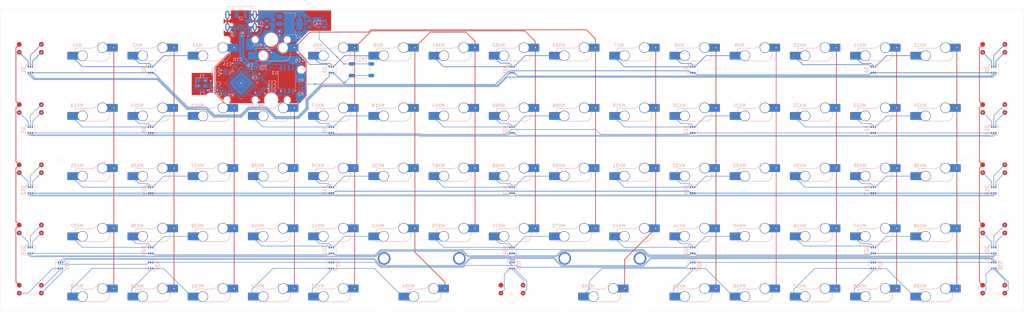
<source format=kicad_pcb>
(kicad_pcb (version 20240108) (generator "pcbnew") (generator_version "8.0")
  (layers (0 "F.Cu" signal) (31 "B.Cu" signal) (34 "B.Paste" user) (35 "F.Paste" user) (36 "B.SilkS" user "B.Silkscreen") (37 "F.SilkS" user "F.Silkscreen") (38 "B.Mask" user) (39 "F.Mask" user) (44 "Edge.Cuts" user))
  (net 0 "")
  (net 1 "/XIN")
  (net 2 "GND")
  (net 3 "Net-(C2-Pad1)")
  (net 4 "VBUS")
  (net 5 "+3V3")
  (net 6 "+1V1")
  (net 7 "Row 1")
  (net 9 "Net-(D1-A2)")
  (net 11 "Net-(D1-A1)")
  (net 12 "Net-(D1-A3)")
  (net 13 "Net-(D2-A1)")
  (net 14 "Net-(D2-A3)")
  (net 15 "Net-(D2-A2)")
  (net 16 "Net-(D3-A3)")
  (net 17 "Net-(D3-A2)")
  (net 18 "Net-(D3-A1)")
  (net 19 "Net-(D4-A3)")
  (net 20 "Net-(D4-A2)")
  (net 21 "Net-(D4-A1)")
  (net 22 "Net-(D5-A3)")
  (net 23 "Net-(D5-A2)")
  (net 24 "Net-(D5-A1)")
  (net 25 "Net-(D6-A2)")
  (net 26 "Net-(D6-A3)")
  (net 27 "Net-(D7-A3)")
  (net 28 "Net-(D7-A1)")
  (net 29 "Net-(D7-A2)")
  (net 32 "Net-(D8-A3)")
  (net 33 "Net-(D8-A1)")
  (net 34 "Net-(D8-A2)")
  (net 35 "Net-(D9-A3)")
  (net 36 "Net-(D9-A2)")
  (net 37 "Net-(D9-A1)")
  (net 38 "Net-(D10-A1)")
  (net 39 "Net-(D10-A2)")
  (net 40 "Net-(D10-A3)")
  (net 41 "Net-(D11-A3)")
  (net 42 "Net-(D11-A2)")
  (net 43 "Net-(D11-A1)")
  (net 44 "Net-(D12-A1)")
  (net 45 "Net-(D12-A3)")
  (net 46 "Net-(D12-A2)")
  (net 47 "Net-(D13-A3)")
  (net 49 "Net-(D13-A1)")
  (net 50 "Net-(D13-A2)")
  (net 52 "Net-(D14-A1)")
  (net 53 "Net-(D14-A2)")
  (net 54 "Net-(D14-A3)")
  (net 55 "Net-(D15-A3)")
  (net 56 "Net-(D15-A2)")
  (net 57 "Net-(D15-A1)")
  (net 58 "Net-(D16-A3)")
  (net 59 "Net-(D16-A1)")
  (net 60 "Net-(D16-A2)")
  (net 61 "Net-(D17-A2)")
  (net 62 "Net-(D17-A3)")
  (net 63 "Net-(D17-A1)")
  (net 64 "Net-(D18-A1)")
  (net 65 "Net-(D18-A2)")
  (net 66 "Net-(D18-A3)")
  (net 69 "Net-(D19-A1)")
  (net 70 "Net-(D19-A3)")
  (net 72 "Net-(D19-A2)")
  (net 73 "Net-(D20-A3)")
  (net 74 "Net-(D20-A2)")
  (net 75 "Net-(D20-A1)")
  (net 76 "Net-(D21-A2)")
  (net 77 "Net-(D21-A1)")
  (net 78 "Net-(D21-A3)")
  (net 79 "Net-(D22-A2)")
  (net 80 "Net-(D22-A3)")
  (net 81 "Net-(D22-A1)")
  (net 82 "Net-(D23-A3)")
  (net 83 "Net-(D23-A2)")
  (net 84 "Net-(D23-A1)")
  (net 85 "Net-(D24-A1)")
  (net 86 "Net-(D24-A3)")
  (net 87 "Net-(D24-A2)")
  (net 89 "Net-(D25-A1)")
  (net 90 "Net-(D25-A3)")
  (net 92 "Net-(D25-A2)")
  (net 94 "Net-(D26-A1)")
  (net 95 "Net-(D26-A3)")
  (net 96 "Net-(D26-A2)")
  (net 97 "Net-(D27-A2)")
  (net 98 "Net-(D27-A3)")
  (net 99 "Net-(D27-A1)")
  (net 100 "Net-(D28-A2)")
  (net 101 "Net-(D28-A1)")
  (net 102 "Net-(D1-K1)")
  (net 103 "Net-(D29-A3)")
  (net 104 "Net-(D29-A1)")
  (net 105 "Net-(D29-A2)")
  (net 106 "Net-(D30-A3)")
  (net 107 "Net-(D30-A1)")
  (net 108 "Net-(D30-A2)")
  (net 109 "/~{USB_BOOT}")
  (net 110 "/USB_D-")
  (net 111 "Net-(J2-CC1)")
  (net 112 "Net-(J2-CC2)")
  (net 113 "/USB_D+")
  (net 126 "/QSPI_SS")
  (net 127 "/XOUT")
  (net 128 "Net-(U4-USB_DP)")
  (net 129 "Net-(U4-USB_DM)")
  (net 132 "/QSPI_SD3")
  (net 133 "/QSPI_SD0")
  (net 134 "/QSPI_SD2")
  (net 135 "/QSPI_SCLK")
  (net 136 "/QSPI_SD1")
  (net 137 "/RUN")
  (net 138 "/SWD")
  (net 139 "/SWCLK")
  (net 141 "Net-(D1-K2)")
  (net 142 "Net-(D12-K3)")
  (net 143 "Net-(D12-K2)")
  (net 144 "Net-(D10-K1)")
  (net 145 "Net-(D13-K1)")
  (net 146 "Net-(D13-K3)")
  (net 147 "Net-(D13-K2)")
  (net 148 "Net-(D19-K1)")
  (net 149 "Net-(D19-K3)")
  (net 150 "Net-(D19-K2)")
  (net 151 "Net-(D25-K1)")
  (net 152 "Net-(D25-K2)")
  (net 153 "Net-(D25-K3)")
  (net 154 "Net-(D28-A3)")
  (net 155 "Net-(D31-A3)")
  (net 156 "Net-(D31-A1)")
  (net 157 "Net-(D31-A2)")
  (net 158 "Net-(D32-A1)")
  (net 159 "Net-(D32-A3)")
  (net 160 "Net-(D32-A2)")
  (net 161 "Net-(D33-A3)")
  (net 162 "Net-(D33-A2)")
  (net 163 "Net-(D33-A1)")
  (net 164 "Net-(D34-A2)")
  (net 165 "Net-(D34-A3)")
  (net 166 "Net-(D34-A1)")
  (net 167 "Net-(D35-A1)")
  (net 168 "Net-(D35-A2)")
  (net 169 "Net-(D35-A3)")
  (net 170 "Net-(MX1-Pad1)")
  (net 171 "Net-(MX14-Pad1)")
  (net 172 "Net-(MX15-Pad1)")
  (net 173 "Net-(MX16-Pad1)")
  (net 174 "Net-(MX17-Pad1)")
  (net 175 "Net-(MX18-Pad1)")
  (net 176 "Net-(MX19-Pad1)")
  (net 177 "Net-(MX20-Pad1)")
  (net 178 "Net-(MX21-Pad1)")
  (net 179 "Net-(MX10-Pad1)")
  (net 180 "Net-(MX11-Pad1)")
  (net 181 "Net-(MX12-Pad1)")
  (net 182 "Net-(SW1-PadC)")
  (net 183 "Net-(SW10-PadC)")
  (net 186 "Net-(D6-A1)")
  (footprint "PCM_marbastlib-various:ROT_SKYLOONG_HS-Switch" (layer "F.Cu") (at 328.6125 104.775)
    (property "Reference" "SW10")
    (property "Value" "ROT_SKYLOONG_HS")
  )
  (footprint "PCM_marbastlib-various:ROT_SKYLOONG_HS-Switch" (layer "F.Cu") (at 23.8125 85.725)
    (property "Reference" "SW7")
    (property "Value" "ROT_SKYLOONG_HS")
  )
  (footprint "PCM_marbastlib-various:ROT_SKYLOONG_HS-Switch" (layer "F.Cu") (at 176.2125 104.775)
    (property "Reference" "SW11")
    (property "Value" "ROT_SKYLOONG_HS")
  )
  (footprint "PCM_marbastlib-various:ROT_SKYLOONG_HS-Switch" (layer "F.Cu") (at 328.6125 28.575)
    (property "Reference" "SW2")
    (property "Value" "ROT_SKYLOONG_HS")
  )
  (footprint "PCM_marbastlib-various:ROT_SKYLOONG_HS-Switch" (layer "F.Cu") (at 328.6125 66.675)
    (property "Reference" "SW6")
    (property "Value" "ROT_SKYLOONG_HS")
  )
  (footprint "PCM_marbastlib-various:ROT_SKYLOONG_HS-Switch" (layer "F.Cu") (at 23.8125 66.675)
    (property "Reference" "SW5")
    (property "Value" "ROT_SKYLOONG_HS")
  )
  (footprint "PCM_marbastlib-mx:STAB_MX_P_2u" (layer "F.Cu") (at 147.6375 104.775)
    (property "Reference" "S1" (hide yes))
    (property "Value" "MX_stab")
  )
  (footprint "PCM_marbastlib-various:ROT_SKYLOONG_HS-Switch" (layer "F.Cu") (at 23.8125 28.575)
    (property "Reference" "SW1")
    (property "Value" "ROT_SKYLOONG_HS")
  )
  (footprint "PCM_marbastlib-various:ROT_SKYLOONG_HS-Switch" (layer "F.Cu") (at 328.6125 85.725)
    (property "Reference" "SW8")
    (property "Value" "ROT_SKYLOONG_HS")
  )
  (footprint "PCM_marbastlib-various:ROT_SKYLOONG_HS-Switch" (layer "F.Cu") (at 23.8125 104.775)
    (property "Reference" "SW9")
    (property "Value" "ROT_SKYLOONG_HS")
  )
  (footprint "PCM_marbastlib-various:ROT_SKYLOONG_HS-Switch" (layer "F.Cu") (at 328.6125 47.625)
    (property "Reference" "SW4")
    (property "Value" "ROT_SKYLOONG_HS")
  )
  (footprint "PCM_marbastlib-various:ROT_SKYLOONG_HS-Switch" (layer "F.Cu") (at 23.8125 47.625)
    (property "Reference" "SW3")
    (property "Value" "ROT_SKYLOONG_HS")
  )
  (footprint "PCM_marbastlib-mx:SW_MX_HS_CPG151101S11_1u" (layer "B.Cu") (at 309.5625 66.675)
    (property "Reference" "MX36")
    (property "Value" "MX_SW_HS")
  )
  (footprint "PCM_Package_TO_SOT_SMD_AKL:SOT-363_SC-70-6" (layer "B.Cu") (at 290.5125 100.0125 90)
    (property "Reference" "D29")
    (property "Value" "MMBD4148TW" (hide yes))
  )
  (footprint "Capacitor_SMD:C_0402_1005Metric" (layer "B.Cu") (at 93.3675 37.83)
    (property "Reference" "C8")
    (property "Value" "1u")
  )
  (footprint "PCM_marbastlib-mx:SW_MX_HS_CPG151101S11_1u" (layer "B.Cu") (at 233.3625 66.675)
    (property "Reference" "MX32")
    (property "Value" "MX_SW_HS")
  )
  (footprint "PCM_Package_TO_SOT_SMD_AKL:SOT-363_SC-70-6" (layer "B.Cu") (at 33.3375 100.0125 90)
    (property "Reference" "D25")
    (property "Value" "MMBD4148TW" (hide yes))
  )
  (footprint "PCM_marbastlib-mx:SW_MX_HS_CPG151101S11_1u" (layer "B.Cu") (at 195.2625 66.675)
    (property "Reference" "MX69")
    (property "Value" "MX_SW_HS")
  )
  (footprint "PCM_marbastlib-mx:SW_MX_HS_CPG151101S11_1u" (layer "B.Cu") (at 42.8625 104.775)
    (property "Reference" "MX49")
    (property "Value" "MX_SW_HS")
  )
  (footprint "Capacitor_SMD:C_0402_1005Metric" (layer "B.Cu") (at 85.5875 39.3 180)
    (property "Reference" "C13")
    (property "Value" "100n")
  )
  (footprint "PCM_marbastlib-mx:SW_MX_HS_CPG151101S11_1u" (layer "B.Cu") (at 176.2125 85.725)
    (property "Reference" "MX71")
    (property "Value" "MX_SW_HS")
  )
  (footprint "PCM_marbastlib-mx:SW_MX_HS_CPG151101S11_1u" (layer "B.Cu") (at 100.0125 104.775)
    (property "Reference" "MX52")
    (property "Value" "MX_SW_HS")
  )
  (footprint "PCM_marbastlib-mx:SW_MX_HS_CPG151101S11_1u" (layer "B.Cu") (at 214.3125 85.725)
    (property "Reference" "MX43")
    (property "Value" "MX_SW_HS")
  )
  (footprint "PCM_marbastlib-mx:SW_MX_HS_CPG151101S11_1u" (layer "B.Cu") (at 309.5625 47.625)
    (property "Reference" "MX24")
    (property "Value" "MX_SW_HS")
  )
  (footprint "PCM_Package_TO_SOT_SMD_AKL:SOT-363_SC-70-6" (layer "B.Cu") (at 176.2125 57.15 -90)
    (property "Reference" "D32")
    (property "Value" "MMBD4148TW" (hide yes))
  )
  (footprint "PCM_marbastlib-mx:SW_MX_HS_CPG151101S11_1u" (layer "B.Cu") (at 233.3625 85.725)
    (property "Reference" "MX44")
    (property "Value" "MX_SW_HS")
  )
  (footprint "PCM_marbastlib-mx:SW_MX_HS_CPG151101S11_1u" (layer "B.Cu") (at 119.0625 47.625)
    (property "Reference" "MX17")
    (property "Value" "MX_SW_HS")
  )
  (footprint "Capacitor_SMD:C_0402_1005Metric" (layer "B.Cu") (at 88.3875 37.2 180)
    (property "Reference" "C14")
    (property "Value" "100n")
  )
  (footprint "PCM_marbastlib-mx:SW_MX_HS_CPG151101S11_1u" (layer "B.Cu") (at 233.3625 104.775)
    (property "Reference" "MX55")
    (property "Value" "MX_SW_HS")
  )
  (footprint "PCM_marbastlib-mx:SW_MX_HS_CPG151101S11_1u" (layer "B.Cu") (at 195.2625 47.625)
    (property "Reference" "MX66")
    (property "Value" "MX_SW_HS")
  )
  (footprint "PCM_marbastlib-mx:SW_MX_HS_CPG151101S11_1u" (layer "B.Cu") (at 100.0125 28.575)
    (property "Reference" "MX4")
    (property "Value" "MX_SW_HS")
  )
  (footprint "Package_DFN_QFN:QFN-56-1EP_7x7mm_P0.4mm_EP3.2x3.2mm" (layer "B.Cu") (at 90.4775 42.35 135)
    (property "Reference" "U4")
    (property "Value" "RP2040")
  )
  (footprint "Resistor_SMD:R_0402_1005Metric" (layer "B.Cu") (at 95.8875 37.39 -90)
    (property "Reference" "R4")
    (property "Value" "27")
  )
  (footprint "Resistor_SMD:R_0402_1005Metric" (layer "B.Cu") (at 85.4875 45.7 180)
    (property "Reference" "R3")
    (property "Value" "1k")
  )
  (footprint "PCM_Package_TO_SOT_SMD_AKL:SOT-363_SC-70-6" (layer "B.Cu") (at 23.8125 76.2 -90)
    (property "Reference" "D13")
    (property "Value" "MMBD4148TW" (hide yes))
  )
  (footprint "PCM_marbastlib-mx:SW_MX_HS_CPG151101S11_1u" (layer "B.Cu") (at 271.4625 66.675)
    (property "Reference" "MX34")
    (property "Value" "MX_SW_HS")
  )
  (footprint "PCM_Package_TO_SOT_SMD_AKL:SOT-363_SC-70-6" (layer "B.Cu") (at 290.5125 95.25 -90)
    (property "Reference" "D23")
    (property "Value" "MMBD4148TW" (hide yes))
  )
  (footprint "PCM_Package_TO_SOT_SMD_AKL:SOT-363_SC-70-6" (layer "B.Cu") (at 176.2125 100.0125 90)
    (property "Reference" "D35")
    (property "Value" "MMBD4148TW" (hide yes))
  )
  (footprint "Capacitor_SMD:C_0402_1005Metric" (layer "B.Cu") (at 89.4075 36 180)
    (property "Reference" "C10")
    (property "Value" "1u")
  )
  (footprint "PCM_Package_TO_SOT_SMD_AKL:SOT-363_SC-70-6" (layer "B.Cu") (at 328.6125 100.0125 90)
    (property "Reference" "D30")
    (property "Value" "MMBD4148TW" (hide yes))
  )
  (footprint "PCM_marbastlib-mx:SW_MX_HS_CPG151101S11_1u" (layer "B.Cu") (at 290.5125 28.575)
    (property "Reference" "MX11")
    (property "Value" "MX_SW_HS")
  )
  (footprint "PCM_marbastlib-mx:SW_MX_HS_CPG151101S11_1u" (layer "B.Cu") (at 61.9125 104.775)
    (property "Reference" "MX50")
    (property "Value" "MX_SW_HS")
  )
  (footprint "PCM_marbastlib-mx:SW_MX_HS_CPG151101S11_1u" (layer "B.Cu") (at 157.1625 85.725)
    (property "Reference" "MX70")
    (property "Value" "MX_SW_HS")
  )
  (footprint "PCM_Package_TO_SOT_SMD_AKL:SOT-363_SC-70-6" (layer "B.Cu") (at 233.3625 57.15 -90)
    (property "Reference" "D10")
    (property "Value" "MMBD4148TW" (hide yes))
  )
  (footprint "Resistor_SMD:R_01005_0402Metric" (layer "B.Cu") (at 88.7375 26.87 -90)
    (property "Reference" "R6")
    (property "Value" "5.1k")
  )
  (footprint "PCM_marbastlib-mx:SW_MX_HS_CPG151101S11_1u" (layer "B.Cu") (at 157.1625 66.675)
    (property "Reference" "MX67")
    (property "Value" "MX_SW_HS")
  )
  (footprint "Capacitor_SMD:C_0402_1005Metric" (layer "B.Cu") (at 109.5075 36.4)
    (property "Reference" "C5")
    (property "Value" "100n")
  )
  (footprint "PCM_marbastlib-mx:SW_MX_HS_CPG151101S11_1u" (layer "B.Cu") (at 42.8625 85.725)
    (property "Reference" "MX37")
    (property "Value" "MX_SW_HS")
  )
  (footprint "Capacitor_SMD:C_0402_1005Metric" (layer "B.Cu") (at 78.1075 44.6)
    (property "Reference" "C1")
    (property "Value" "15p")
  )
  (footprint "PCM_Package_TO_SOT_SMD_AKL:SOT-363_SC-70-6" (layer "B.Cu") (at 328.6125 76.2 -90)
    (property "Reference" "D18")
    (property "Value" "MMBD4148TW" (hide yes))
  )
  (footprint "PCM_marbastlib-mx:SW_MX_HS_CPG151101S11_1u" (layer "B.Cu") (at 61.9125 28.575)
    (property "Reference" "MX2")
    (property "Value" "MX_SW_HS")
  )
  (footprint "Capacitor_SMD:C_0402_1005Metric" (layer "B.Cu") (at 96.6875 45.1)
    (property "Reference" "C15")
    (property "Value" "100n")
  )
  (footprint "PCM_marbastlib-mx:SW_MX_HS_CPG151101S11_1u" (layer "B.Cu") (at 61.9125 47.625)
    (property "Reference" "MX14")
    (property "Value" "MX_SW_HS")
  )
  (footprint "PCM_marbastlib-mx:SW_MX_HS_CPG151101S11_1u" (layer "B.Cu") (at 80.9625 104.775)
    (property "Reference" "MX51")
    (property "Value" "MX_SW_HS")
  )
  (footprint "PCM_marbastlib-mx:SW_MX_HS_CPG151101S11_1u" (layer "B.Cu") (at 271.4625 28.575)
    (property "Reference" "MX10")
    (property "Value" "MX_SW_HS")
  )
  (footprint "PCM_marbastlib-mx:SW_MX_HS_CPG151101S11_1u" (layer "B.Cu") (at 290.5125 47.625)
    (property "Reference" "MX23")
    (property "Value" "MX_SW_HS")
  )
  (footprint "PCM_Package_TO_SOT_SMD_AKL:SOT-363_SC-70-6" (layer "B.Cu") (at 176.2125 38.1 -90)
    (property "Reference" "D31")
    (property "Value" "MMBD4148TW" (hide yes))
  )
  (footprint "PCM_marbastlib-mx:SW_MX_HS_CPG151101S11_1u" (layer "B.Cu") (at 214.3125 66.675)
    (property "Reference" "MX31")
    (property "Value" "MX_SW_HS")
  )
  (footprint "PCM_marbastlib-mx:SW_MX_HS_CPG151101S11_1u" (layer "B.Cu") (at 100.0125 47.625)
    (property "Reference" "MX16")
    (property "Value" "MX_SW_HS")
  )
  (footprint "PCM_marbastlib-mx:SW_MX_HS_CPG151101S11_1u" (layer "B.Cu") (at 100.0125 85.725)
    (property "Reference" "MX40")
    (property "Value" "MX_SW_HS")
  )
  (footprint "PCM_marbastlib-mx:SW_MX_HS_CPG151101S11_1u" (layer "B.Cu") (at 252.4125 104.775)
    (property "Reference" "MX56")
    (property "Value" "MX_SW_HS")
  )
  (footprint "Package_SO:SOIC-8_5.23x5.23mm_P1.27mm" (layer "B.Cu") (at 104.981186 41.213916 90)
    (property "Reference" "U3")
    (property "Value" "W25Q128JVS")
  )
  (footprint "PCM_marbastlib-mx:SW_MX_HS_CPG151101S11_1u" (layer "B.Cu") (at 176.2125 47.625)
    (property "Reference" "MX65")
    (property "Value" "MX_SW_HS")
  )
  (footprint "PCM_Package_TO_SOT_SMD_AKL:SOT-363_SC-70-6" (layer "B.Cu") (at 176.2125 95.25 -90)
    (property "Reference" "D34")
    (property "Value" "MMBD4148TW" (hide yes))
  )
  (footprint "PCM_marbastlib-mx:SW_MX_HS_CPG151101S11_1u" (layer "B.Cu") (at 204.47 104.775)
    (property "Reference" "MX60")
    (property "Value" "MX_SW_HS")
  )
  (footprint "PCM_marbastlib-mx:SW_MX_HS_CPG151101S11_1u" (layer "B.Cu") (at 80.9625 85.725)
    (property "Reference" "MX39")
    (property "Value" "MX_SW_HS")
  )
  (footprint "PCM_Package_TO_SOT_SMD_AKL:SOT-363_SC-70-6" (layer "B.Cu") (at 119.0625 38.1 -90)
    (property "Reference" "D3")
    (property "Value" "MMBD4148TW" (hide yes))
  )
  (footprint "PCM_Package_TO_SOT_SMD_AKL:SOT-363_SC-70-6" (layer "B.Cu") (at 61.9125 100.0125 90)
    (property "Reference" "D26")
    (property "Value" "MMBD4148TW" (hide yes))
  )
  (footprint "PCM_Package_TO_SOT_SMD_AKL:SOT-363_SC-70-6" (layer "B.Cu") (at 233.3625 38.1 -90)
    (property "Reference" "D4")
    (property "Value" "MMBD4148TW" (hide yes))
  )
  (footprint "Capacitor_SMD:C_0402_1005Metric" (layer "B.Cu") (at 84.3875 44.7 180)
    (property "Reference" "C9")
    (property "Value" "100n")
  )
  (footprint "PCM_marbastlib-mx:SW_MX_HS_CPG151101S11_1u" (layer "B.Cu") (at 119.0625 28.575)
    (property "Reference" "MX5")
    (property "Value" "MX_SW_HS")
  )
  (footprint "PCM_marbastlib-mx:SW_MX_HS_CPG151101S11_1u" (layer "B.Cu") (at 147.6375 104.775)
    (property "Reference" "MX54")
    (property "Value" "MX_SW_HS")
  )
  (footprint "PCM_marbastlib-various:SW_SPST_SKQG_WithStem" (layer "B.Cu") (at 128.5875 38.1 180)
    (property "Reference" "SW12")
    (property "Value" "Push_Button")
  )
  (footprint "PCM_marbastlib-mx:SW_MX_HS_CPG151101S11_1u" (layer "B.Cu") (at 195.2625 85.725)
    (property "Reference" "MX72")
    (property "Value" "MX_SW_HS")
  )
  (footprint "Capacitor_SMD:C_0402_1005Metric" (layer "B.Cu") (at 85.5875 38.3 180)
    (property "Reference" "C12")
    (property "Value" "100n")
  )
  (footprint "PCM_marbastlib-mx:SW_MX_HS_CPG151101S11_1u" (layer "B.Cu") (at 252.4125 47.625)
    (property "Reference" "MX21")
    (property "Value" "MX_SW_HS")
  )
  (footprint "PCM_marbastlib-mx:SW_MX_HS_CPG151101S11_1u" (layer "B.Cu") (at 138.1125 28.575)
    (property "Reference" "MX6")
    (property "Value" "MX_SW_HS")
  )
  (footprint "Resistor_SMD:R_01005_0402Metric" (layer "B.Cu") (at 92.0775 26.87 -90)
    (property "Reference" "R7")
    (property "Value" "5.1k")
  )
  (footprint "PCM_Package_TO_SOT_SMD_AKL:SOT-363_SC-70-6" (layer "B.Cu") (at 119.0625 57.15 -90)
    (property "Reference" "D9")
    (property "Value" "MMBD4148TW" (hide yes))
  )
  (footprint "PCM_marbastlib-mx:SW_MX_HS_CPG151101S11_1u" (layer "B.Cu") (at 42.8625 28.575)
    (property "Reference" "MX1")
    (property "Value" "MX_SW_HS")
  )
  (footprint "Resistor_SMD:R_0402_1005Metric" (layer "B.Cu") (at 109.371186 44.653916 180)
    (property "Reference" "R2")
    (property "Value" "DNF")
  )
  (footprint "PCM_Package_TO_SOT_SMD_AKL:SOT-363_SC-70-6" (layer "B.Cu") (at 23.8125 95.25 -90)
    (property "Reference" "D19")
    (property "Value" "MMBD4148TW" (hide yes))
  )
  (footprint "PCM_marbastlib-mx:SW_MX_HS_CPG151101S11_1u" (layer "B.Cu") (at 61.9125 66.675)
    (property "Reference" "MX26")
    (property "Value" "MX_SW_HS")
  )
  (footprint "Resistor_SMD:R_0402_1005Metric" (layer "B.Cu") (at 109.391186 42.653916)
    (property "Reference" "R1")
    (property "Value" "1k")
  )
  (footprint "PCM_Package_TO_SOT_SMD_AKL:SOT-363_SC-70-6" (layer "B.Cu") (at 176.2125 76.2 -90)
    (property "Reference" "D33")
    (property "Value" "MMBD4148TW" (hide yes))
  )
  (footprint "PCM_marbastlib-mx:SW_MX_HS_CPG151101S11_1u" (layer "B.Cu") (at 309.5625 85.725)
    (property "Reference" "MX48")
    (property "Value" "MX_SW_HS")
  )
  (footprint "Capacitor_SMD:C_0402_1005Metric" (layer "B.Cu") (at 83.2675 43.7 180)
    (property "Reference" "C7")
    (property "Value" "100n")
  )
  (footprint "Capacitor_SMD:C_0805_2012Metric" (layer "B.Cu") (at 116.8875 23.6 -90)
    (property "Reference" "C17")
    (property "Value" "10u")
  )
  (footprint "PCM_marbastlib-mx:SW_MX_HS_CPG151101S11_1u" (layer "B.Cu") (at 271.4625 85.725)
    (property "Reference" "MX46")
    (property "Value" "MX_SW_HS")
  )
  (footprint "Capacitor_SMD:C_0402_1005Metric" (layer "B.Cu") (at 80.8875 43.19 90)
    (property "Reference" "C2")
    (property "Value" "15p")
  )
  (footprint "PCM_Package_TO_SOT_SMD_AKL:SOT-363_SC-70-6" (layer "B.Cu") (at 328.6125 57.15 -90)
    (property "Reference" "D12")
    (property "Value" "MMBD4148TW" (hide yes))
  )
  (footprint "PCM_marbastlib-mx:SW_MX_HS_CPG151101S11_1u" (layer "B.Cu") (at 138.1125 47.625)
    (property "Reference" "MX18")
    (property "Value" "MX_SW_HS")
  )
  (footprint "PCM_Package_TO_SOT_SMD_AKL:SOT-363_SC-70-6" (layer "B.Cu") (at 328.6125 38.1 -90)
    (property "Reference" "D6")
    (property "Value" "MMBD4148TW" (hide yes))
  )
  (footprint "PCM_marbastlib-mx:SW_MX_HS_CPG151101S11_1u" (layer "B.Cu") (at 309.5625 28.575)
    (property "Reference" "MX12")
    (property "Value" "MX_SW_HS")
  )
  (footprint "PCM_marbastlib-mx:SW_MX_HS_CPG151101S11_1u" (layer "B.Cu") (at 252.4125 85.725)
    (property "Reference" "MX45")
    (property "Value" "MX_SW_HS")
  )
  (footprint "PCM_Package_TO_SOT_SMD_AKL:SOT-363_SC-70-6" (layer "B.Cu") (at 119.0625 76.2 -90)
    (property "Reference" "D15")
    (property "Value" "MMBD4148TW" (hide yes))
  )
  (footprint "PCM_marbastlib-mx:SW_MX_HS_CPG151101S11_1u" (layer "B.Cu") (at 271.4625 47.625)
    (property "Reference" "MX22")
    (property "Value" "MX_SW_HS")
  )
  (footprint "PCM_Package_TO_SOT_SMD_AKL:SOT-363_SC-70-6" (layer "B.Cu") (at 233.3625 95.25 -90)
    (property "Reference" "D22")
    (property "Value" "MMBD4148TW" (hide yes))
  )
  (footprint "PCM_Package_TO_SOT_SMD_AKL:SOT-363_SC-70-6" (layer "B.Cu") (at 233.3625 76.2 -90)
    (property "Reference" "D16")
    (property "Value" "MMBD4148TW" (hide yes))
  )
  (footprint "Resistor_SMD:R_0402_1005Metric" (layer "B.Cu") (at 94.8875 37.39 -90)
    (property "Reference" "R5")
    (property "Value" "27")
  )
  (footprint "PCM_marbastlib-mx:SW_MX_HS_CPG151101S11_1u" (layer "B.Cu") (at 42.8625 47.625)
    (property "Reference" "MX13")
    (property "Value" "MX_SW_HS")
  )
  (footprint "PCM_marbastlib-mx:SW_MX_HS_CPG151101S11_1u" (layer "B.Cu") (at 138.1125 85.725)
    (property "Reference" "MX42")
    (property "Value" "MX_SW_HS")
  )
  (footprint "PCM_Package_TO_SOT_SMD_AKL:SOT-363_SC-70-6" (layer "B.Cu") (at 23.8125 38.1 -90)
    (property "Reference" "D1")
    (property "Value" "MMBD4148TW" (hide yes))
  )
  (footprint "PCM_Package_TO_SOT_SMD_AKL:SOT-363_SC-70-6" (layer "B.Cu") (at 61.9125 95.25 -90)
    (property "Reference" "D20")
    (property "Value" "MMBD4148TW" (hide yes))
  )
  (footprint "Capacitor_SMD:C_0402_1005Metric" (layer "B.Cu") (at 94.7575 39.39)
    (property "Reference" "C6")
    (property "Value" "100n")
  )
  (footprint "PCM_marbastlib-mx:SW_MX_HS_CPG151101S11_1u" (layer "B.Cu") (at 157.1625 47.625)
    (property "Reference" "MX64")
    (property "Value" "MX_SW_HS")
  )
  (footprint "PCM_marbastlib-mx:SW_MX_HS_CPG151101S11_1u" (layer "B.Cu") (at 80.9625 47.625)
    (property "Reference" "MX15")
    (property "Value" "MX_SW_HS")
  )
  (footprint "PCM_marbastlib-mx:SW_MX_HS_CPG151101S11_1u" (layer "B.Cu") (at 176.2125 66.675)
    (property "Reference" "MX68")
    (property "Value" "MX_SW_HS")
  )
  (footprint "PCM_Package_TO_SOT_SMD_AKL:SOT-363_SC-70-6" (layer "B.Cu") (at 119.0625 95.25 -90)
    (property "Reference" "D21")
    (property "Value" "MMBD4148TW" (hide yes))
  )
  (footprint "PCM_marbastlib-mx:SW_MX_HS_CPG151101S11_1u" (layer "B.Cu") (at 233.3625 47.625)
    (property "Reference" "MX20")
    (property "Value" "MX_SW_HS")
  )
  (footprint "PCM_marbastlib-mx:SW_MX_HS_CPG151101S11_1u" (layer "B.Cu") (at 309.5625 104.775)
    (property "Reference" "MX59")
    (property "Value" "MX_SW_HS")
  )
  (footprint "PCM_marbastlib-mx:SW_MX_HS_CPG151101S11_1u" (layer "B.Cu") (at 42.8625 66.675)
    (property "Reference" "MX25")
    (property "Value" "MX_SW_HS")
  )
  (footprint "PCM_Package_TO_SOT_SMD_AKL:SOT-363_SC-70-6" (layer "B.Cu") (at 119.0625 100.0125 90)
    (property "Reference" "D27")
    (property "Value" "MMBD4148TW" (hide yes))
  )
  (footprint "PCM_Package_TO_SOT_SMD_AKL:SOT-363_SC-70-6" (layer "B.Cu") (at 61.9125 76.2 -90)
    (property "Reference" "D14")
    (property "Value" "MMBD4148TW" (hide yes))
  )
  (footprint "PCM_marbastlib-mx:SW_MX_HS_CPG151101S11_1u" (layer "B.Cu") (at 157.1625 28.575)
    (property "Reference" "MX61")
    (property "Value" "MX_SW_HS")
  )
  (footprint "PCM_marbastlib-mx:SW_MX_HS_CPG151101S11_1u" (layer "B.Cu") (at 290.5125 104.775)
    (property "Reference" "MX58")
    (property "Value" "MX_SW_HS")
  )
  (footprint "PCM_marbastlib-mx:SW_MX_HS_CPG151101S11_1u" (layer "B.Cu") (at 80.9625 66.675)
    (property "Reference" "MX27")
    (property "Value" "MX_SW_HS")
  )
  (footprint "PCM_marbastlib-mx:SW_MX_HS_CPG151101S11_1u" (layer "B.Cu") (at 100.0125 66.675)
    (property "Reference" "MX28")
    (property "Value" "MX_SW_HS")
  )
  (footprint "PCM_marbastlib-mx:STAB_MX_P_2u" (layer "B.Cu") (at 204.7875 104.775 180)
    (property "Reference" "S2" (hide yes))
    (property "Value" "MX_stab")
  )
  (footprint "PCM_marbastlib-mx:SW_MX_HS_CPG151101S11_1u" (layer "B.Cu") (at 176.2125 28.575)
    (property "Reference" "MX62")
    (property "Value" "MX_SW_HS")
  )
  (footprint "PCM_Package_TO_SOT_SMD_AKL:SOT-363_SC-70-6" (layer "B.Cu") (at 290.5125 76.2 -90)
    (property "Reference" "D17")
    (property "Value" "MMBD4148TW" (hide yes))
  )
  (footprint "PCM_Package_TO_SOT_SMD_AKL:SOT-363_SC-70-6" (layer "B.Cu") (at 23.8125 57.15 -90)
    (property "Reference" "D7")
    (property "Value" "MMBD4148TW" (hide yes))
  )
  (footprint "PCM_Package_TO_SOT_SMD_AKL:SOT-363_SC-70-6" (layer "B.Cu") (at 61.9125 38.1 -90)
    (property "Reference" "D2")
    (property "Value" "MMBD4148TW" (hide yes))
  )
  (footprint "PCM_Package_TO_SOT_SMD_AKL:SOT-363_SC-70-6" (layer "B.Cu") (at 290.5125 38.1 -90)
    (property "Reference" "D5")
    (property "Value" "MMBD4148TW" (hide yes))
  )
  (footprint "PCM_Package_TO_SOT_SMD_AKL:SOT-363_SC-70-6" (layer "B.Cu") (at 290.5125 57.15 -90)
    (property "Reference" "D11")
    (property "Value" "MMBD4148TW" (hide yes))
  )
  (footprint "Capacitor_SMD:C_0805_2012Metric" (layer "B.Cu") (at 98.6375 23.6 -90)
    (property "Reference" "C3")
    (property "Value" "10u")
  )
  (footprint "Capacitor_SMD:C_0805_2012Metric" (layer "B.Cu") (at 112.0675 23.61 -90)
    (property "Reference" "C4")
    (property "Value" "10u")
  )
  (footprint "PCM_marbastlib-mx:SW_MX_HS_CPG151101S11_1u" (layer "B.Cu") (at 290.5125 66.675)
    (property "Reference" "MX35")
    (property "Value" "MX_SW_HS")
  )
  (footprint "PCM_marbastlib-mx:SW_MX_HS_CPG151101S11_1u" (layer "B.Cu") (at 214.3125 47.625)
    (property "Reference" "MX19")
    (property "Value" "MX_SW_HS")
  )
  (footprint "Package_TO_SOT_SMD:SOT-223-3_TabPin2" (layer "B.Cu") (at 105.7875 23.6)
    (property "Reference" "U2")
    (property "Value" "NCP1117-3.3_SOT223")
  )
  (footprint "PCM_Package_TO_SOT_SMD_AKL:SOT-363_SC-70-6" (layer "B.Cu") (at 328.6125 95.25 -90)
    (property "Reference" "D24")
    (property "Value" "MMBD4148TW" (hide yes))
  )
  (footprint "PCM_marbastlib-mx:SW_MX_HS_CPG151101S11_1u" (layer "B.Cu") (at 252.4125 28.575)
    (property "Reference" "MX9")
    (property "Value" "MX_SW_HS")
  )
  (footprint "PCM_Package_TO_SOT_SMD_AKL:SOT-363_SC-70-6" (layer "B.Cu") (at 233.3625 100.0125 90)
    (property "Reference" "D28")
    (property "Value" "MMBD4148TW" (hide yes))
  )
  (footprint "PCM_marbastlib-mx:SW_MX_HS_CPG151101S11_1u" (layer "B.Cu") (at 290.5125 85.725)
    (property "Reference" "MX47")
    (property "Value" "MX_SW_HS")
  )
  (footprint "Capacitor_SMD:C_0402_1005Metric" (layer "B.Cu") (at 97.6875 44.1)
    (property "Reference" "C11")
    (property "Value" "100n")
  )
  (footprint "Crystal:Crystal_SMD_3225-4Pin_3.2x2.5mm" (layer "B.Cu") (at 78.0875 42.35)
    (property "Reference" "Y1")
    (property "Value" "ABM8-272-T3")
  )
  (footprint "PCM_marbastlib-mx:SW_MX_HS_CPG151101S11_1u" (layer "B.Cu") (at 119.0625 85.725)
    (property "Reference" "MX41")
    (property "Value" "MX_SW_HS")
  )
  (footprint "PCM_marbastlib-mx:SW_MX_HS_CPG151101S11_1u" (layer "B.Cu") (at 233.3625 28.575)
    (property "Reference" "MX8")
    (property "Value" "MX_SW_HS")
  )
  (footprint "PCM_marbastlib-mx:SW_MX_HS_CPG151101S11_1u" (layer "B.Cu") (at 252.4125 66.675)
    (property "Reference" "MX33")
    (property "Value" "MX_SW_HS")
  )
  (footprint "PCM_marbastlib-mx:SW_MX_HS_CPG151101S11_1u" (layer "B.Cu") (at 61.9125 85.725)
    (property "Reference" "MX38")
    (property "Value" "MX_SW_HS")
  )
  (footprint "PCM_marbastlib-mx:SW_MX_HS_CPG151101S11_1u" (layer "B.Cu") (at 271.4625 104.775)
    (property "Reference" "MX57")
    (property "Value" "MX_SW_HS")
  )
  (footprint "PCM_Package_TO_SOT_SMD_AKL:SOT-363_SC-70-6" (layer "B.Cu") (at 61.9125 57.15 -90)
    (property "Reference" "D8")
    (property "Value" "MMBD4148TW" (hide yes))
  )
  (footprint "PCM_marbastlib-mx:SW_MX_HS_CPG151101S11_1u" (layer "B.Cu") (at 119.0625 104.775)
    (property "Reference" "MX53")
    (property "Value" "MX_SW_HS")
  )
  (footprint "Capacitor_SMD:C_0402_1005Metric" (layer "B.Cu") (at 95.7875 46.1)
    (property "Reference" "C16")
    (property "Value" "100n")
  )
  (footprint "PCM_marbastlib-mx:SW_MX_HS_CPG151101S11_1u" (layer "B.Cu") (at 195.2625 28.575)
    (property "Reference" "MX63")
    (property "Value" "MX_SW_HS")
  )
  (footprint "PCM_marbastlib-mx:SW_MX_HS_CPG151101S11_1u" (layer "B.Cu") (at 80.9625 28.575)
    (property "Reference" "MX3")
    (property "Value" "MX_SW_HS")
  )
  (footprint "PCM_marbastlib-mx:SW_MX_HS_CPG151101S11_1u" (layer "B.Cu") (at 214.3125 28.575)
    (property "Reference" "MX7")
    (property "Value" "MX_SW_HS")
  )
  (footprint "PCM_marbastlib-mx:SW_MX_HS_CPG151101S11_1u" (layer "B.Cu") (at 138.1125 66.675)
    (property "Reference" "MX30")
    (property "Value" "MX_SW_HS")
  )
  (footprint "PCM_marbastlib-mx:SW_MX_HS_CPG151101S11_1u" (layer "B.Cu") (at 119.0625 66.675)
    (property "Reference" "MX29")
    (property "Value" "MX_SW_HS")
  )
  (footprint "Connector_USB:USB_C_Receptacle_JAE_DX07S016JA1R1500" (layer "B.Cu") (at 90.4875 21.885)
    (property "Reference" "J2")
    (property "Value" "USB_C_Receptacle_USB2.0_14P")
  )
  (gr_circle (center 147.6375 57.15) (end 148.6375 57.15) (stroke (width 0.05)) (fill none) (layer "Edge.Cuts"))
  (gr_circle (center 109.5375 95.25) (end 110.5375 95.25) (stroke (width 0.05)) (fill none) (layer "Edge.Cuts"))
  (gr_circle (center 204.7875 57.15) (end 205.7875 57.15) (stroke (width 0.05)) (fill none) (layer "Edge.Cuts"))
  (gr_circle (center 280.9875 95.25) (end 281.9875 95.25) (stroke (width 0.05)) (fill none) (layer "Edge.Cuts"))
  (gr_circle (center 242.8875 38.1) (end 243.8875 38.1) (stroke (width 0.05)) (fill none) (layer "Edge.Cuts"))
  (gr_circle (center 71.4375 38.1) (end 72.4375 38.1) (stroke (width 0.05)) (fill none) (layer "Edge.Cuts"))
  (gr_circle (center 280.9875 38.1) (end 281.9875 38.1) (stroke (width 0.05)) (fill none) (layer "Edge.Cuts"))
  (gr_circle (center 242.8875 95.25) (end 243.8875 95.25) (stroke (width 0.05)) (fill none) (layer "Edge.Cuts"))
  (gr_rect (start 14.2875 19.05) (end 338.1375 114.3) (stroke (width 0.05)) (fill none) (layer "Edge.Cuts"))
  (gr_circle (center 319.0875 66.675) (end 320.0875 66.675) (stroke (width 0.05)) (fill none) (layer "Edge.Cuts"))
  (gr_circle (center 71.4375 95.25) (end 72.4375 95.25) (stroke (width 0.05)) (fill none) (layer "Edge.Cuts"))
  (gr_circle (center 109.5375 38.1) (end 110.5375 38.1) (stroke (width 0.05)) (fill none) (layer "Edge.Cuts"))
  (gr_circle (center 33.3375 66.675) (end 34.3375 66.675) (stroke (width 0.05)) (fill none) (layer "Edge.Cuts"))
  (segment (start 77.6275 44.6) (end 78.3336 45.3061) (width 0.15) (layer "B.Cu") (net 1))
  (segment (start 76.0625 42.425) (end 76.0625 43.975) (width 0.15) (layer "B.Cu") (net 1))
  (segment (start 82.599336 45.3061) (end 83.538236 46.245) (width 0.15) (layer "B.Cu") (net 1))
  (segment (start 76.0625 43.975) (end 76.6875 44.6) (width 0.15) (layer "B.Cu") (net 1))
  (segment (start 78.8336 45.3061) (end 82.599336 45.3061) (width 0.15) (layer "B.Cu") (net 1))
  (segment (start 76.6875 44.6) (end 77.6275 44.6) (width 0.15) (layer "B.Cu") (net 1))
  (segment (start 76.9875 41.5) (end 76.0625 42.425) (width 0.15) (layer "B.Cu") (net 1))
  (segment (start 87.431029 46.245) (end 88.471085 45.204944) (width 0.15) (layer "B.Cu") (net 1))
  (segment (start 83.538236 46.245) (end 87.431029 46.245) (width 0.15) (layer "B.Cu") (net 1))
  (segment (start 78.3336 45.3061) (end 78.9875 45.3061) (width 0.15) (layer "B.Cu") (net 1))
  (segment (start 120.8875 34.1) (end 123.0375 36.25) (width 0.15) (layer "F.Cu") (net 2))
  (via (at 96.2875 39.39) (size 0.6) (drill 0.35) (layers "F.Cu" "B.Cu") (net 2))
  (via (at 120.8875 34.1) (size 0.6) (drill 0.35) (layers "F.Cu" "B.Cu") (net 2))
  (via (at 103.076186 44.813916) (size 0.6) (drill 0.35) (layers "F.Cu" "B.Cu") (net 2))
  (via (at 76.9875 43.2) (size 0.6) (drill 0.35) (layers "F.Cu" "B.Cu") (net 2))
  (via (at 83.048732 44.588768) (size 0.6) (drill 0.35) (layers "F.Cu" "B.Cu") (net 2))
  (via (at 123.0375 36.25) (size 0.6) (drill 0.35) (layers "F.Cu" "B.Cu") (net 2))
  (via (at 93.8475 37.83) (size 0.6) (drill 0.35) (layers "F.Cu" "B.Cu") (net 2))
  (via (at 92.7075 27.54) (size 0.6) (drill 0.35) (layers "F.Cu" "B.Cu") (net 2))
  (via (at 114.3875 23.6) (size 0.6) (drill 0.35) (layers "F.Cu" "B.Cu") (net 2))
  (via (at 84.1875 38.3) (size 0.6) (drill 0.35) (layers "F.Cu" "B.Cu") (net 2))
  (via (at 87.3875 26.1) (size 0.6) (drill 0.35) (layers "F.Cu" "B.Cu") (net 2))
  (via (at 93.5875 26.1) (size 0.6) (drill 0.35) (layers "F.Cu" "B.Cu") (net 2))
  (via (at 102.6375 25.9) (size 0.6) (drill 0.35) (layers "F.Cu" "B.Cu") (net 2))
  (via (at 79.1875 41.5) (size 0.6) (drill 0.35) (layers "F.Cu" "B.Cu") (net 2))
  (via (at 98.1075 45.61) (size 0.6) (drill 0.35) (layers "F.Cu" "B.Cu") (net 2))
  (via (at 98.9875 44.1) (size 0.6) (drill 0.35) (layers "F.Cu" "B.Cu") (net 2))
  (via (at 84.1875 39.3) (size 0.6) (drill 0.35) (layers "F.Cu" "B.Cu") (net 2))
  (via (at 90.4775 42.35) (size 0.6) (drill 0.35) (layers "F.Cu" "B.Cu") (net 2))
  (via (at 80.8875 41.6) (size 0.6) (drill 0.35) (layers "F.Cu" "B.Cu") (net 2))
  (via (at 87.9075 36) (size 0.6) (drill 0.35) (layers "F.Cu" "B.Cu") (net 2))
  (via (at 109.9875 35.4) (size 0.6) (drill 0.35) (layers "F.Cu" "B.Cu") (net 2))
  (via (at 79.8875 44.61) (size 0.6) (drill 0.35) (layers "F.Cu" "B.Cu") (net 2))
  (via (at 98.6375 24.55) (size 0.6) (drill 0.35) (layers "F.Cu" "B.Cu") (net 2))
  (segment (start 97.6175 46.1) (end 96.2675 46.1) (width 0.15) (layer "B.Cu") (net 2))
  (segment (start 87.9075 37.2) (end 87.9075 36) (width 0.15) (layer "B.Cu") (net 2))
  (segment (start 85.1075 38.3) (end 84.1875 38.3) (width 0.15) (layer "B.Cu") (net 2))
  (segment (start 109.9875 36.4) (end 109.9875 35.4) (width 0.15) (layer "B.Cu") (net 2))
  (segment (start 82.7875 43.7) (end 81.8775 43.7) (width 0.15) (layer "B.Cu") (net 2))
  (segment (start 81.8775 43.7) (end 80.8875 42.71) (width 0.15) (layer "B.Cu") (net 2))
  (segment (start 79.8875 44.61) (end 78.5975 44.61) (width 0.15) (layer "B.Cu") (net 2))
  (segment (start 98.1075 45.61) (end 97.6175 46.1) (width 0.15) (layer "B.Cu") (net 2))
  (segment (start 112.0675 24.56) (end 113.4275 24.56) (width 0.15) (layer "B.Cu") (net 2))
  (segment (start 92.2875 27.12) (end 92.7075 27.54) (width 0.15) (layer "B.Cu") (net 2))
  (segment (start 87.3875 24.935) (end 87.3875 26.1) (width 0.15) (layer "B.Cu") (net 2))
  (segment (start 88.9275 36) (end 87.9075 36) (width 0.15) (layer "B.Cu") (net 2))
  (segment (start 93.5875 24.935) (end 93.5875 26.1) (width 0.15) (layer "B.Cu") (net 2))
  (segment (start 123.0375 36.25) (end 125.4875 36.25) (width 0.15) (layer "B.Cu") (net 2))
  (segment (start 92.0775 27.12) (end 92.2875 27.12) (width 0.15) (layer "B.Cu") (net 2))
  (segment (start 80.8875 42.71) (end 80.8875 41.6) (width 0.15) (layer "B.Cu") (net 2))
  (segment (start 83.9075 44.7) (end 83.159964 44.7) (width 0.15) (layer "B.Cu") (net 2))
  (segment (start 125.4875 36.25) (end 131.6875 36.25) (width 0.15) (layer "B.Cu") (net 2))
  (segment (start 88.7375 27.12) (end 88.4075 27.12) (width 0.15) (layer "B.Cu") (net 2))
  (segment (start 97.1675 45.1) (end 97.5975 45.1) (width 0.15) (layer "B.Cu") (net 2))
  (segment (start 83.159964 44.7) (end 83.048732 44.588768) (width 0.15) (layer "B.Cu") (net 2))
  (segment (start 85.1075 39.3) (end 84.1875 39.3) (width 0.15) (layer "B.Cu") (net 2))
  (segment (start 82.7875 43.7) (end 82.7875 44.327536) (width 0.15) (layer "B.Cu") (net 2))
  (segment (start 115.1825 24.395) (end 115.1825 28.395) (width 0.15) (layer "B.Cu") (net 2))
  (segment (start 82.7875 44.327536) (end 83.048732 44.588768) (width 0.15) (layer "B.Cu") (net 2))
  (segment (start 98.1675 44.1) (end 98.9875 44.1) (width 0.15) (layer "B.Cu") (net 2))
  (segment (start 116.8875 24.55) (end 115.3375 24.55) (width 0.15) (layer "B.Cu") (net 2))
  (segment (start 96.2875 39.39) (end 95.2375 39.39) (width 0.15) (layer "B.Cu") (net 2))
  (segment (start 88.4075 27.12) (end 87.3875 26.1) (width 0.15) (layer "B.Cu") (net 2))
  (segment (start 115.3375 24.55) (end 114.3875 23.6) (width 0.15) (layer "B.Cu") (net 2))
  (segment (start 115.1825 28.395) (end 120.8875 34.1) (width 0.15) (layer "B.Cu") (net 2))
  (segment (start 78.5975 44.61) (end 78.5875 44.6) (width 0.15) (layer "B.Cu") (net 2))
  (segment (start 114.3875 23.6) (end 115.1825 24.395) (width 0.15) (layer "B.Cu") (net 2))
  (segment (start 97.5975 45.1) (end 98.1075 45.61) (width 0.15) (layer "B.Cu") (net 2))
  (segment (start 113.4275 24.56) (end 114.3875 23.6) (width 0.15) (layer "B.Cu") (net 2))
  (segment (start 80.4175 43.2) (end 80.8875 43.67) (width 0.15) (layer "B.Cu") (net 3))
  (segment (start 79.1875 43.2) (end 80.4175 43.2) (width 0.15) (layer "B.Cu") (net 3))
  (segment (start 81.3875 43.67) (end 83.4175 45.7) (width 0.15) (layer "B.Cu") (net 3))
  (segment (start 80.8875 43.67) (end 81.3875 43.67) (width 0.15) (layer "B.Cu") (net 3))
  (segment (start 83.4175 45.7) (end 84.9775 45.7) (width 0.15) (layer "B.Cu") (net 3))
  (segment (start 96.8875 26) (end 96.8875 23.1) (width 0.52) (layer "B.Cu") (net 4))
  (segment (start 88.1375 24.935) (end 88.1375 24.285) (width 0.15) (layer "B.Cu") (net 4))
  (segment (start 93.3475 27.09) (end 95.7975 27.09) (width 0.52) (layer "B.Cu") (net 4))
  (segment (start 92.8375 24.45) (end 92.8375 24.935) (width 0.15) (layer "B.Cu") (net 4))
  (segment (start 95.7975 27.09) (end 96.8875 26) (width 0.52) (layer "B.Cu") (net 4))
  (segment (start 92.8375 26.58) (end 93.2875 27.03) (width 0.6) (layer "B.Cu") (net 4))
  (segment (start 93.2875 27.03) (end 93.3475 27.09) (width 0.52) (layer "B.Cu") (net 4))
  (segment (start 92.8375 24.935) (end 92.8375 26.58) (width 0.6) (layer "B.Cu") (net 4))
  (segment (start 92.1475 23.76) (end 92.8375 24.45) (width 0.15) (layer "B.Cu") (net 4))
  (segment (start 88.1375 24.285) (end 88.6625 23.76) (width 0.15) (layer "B.Cu") (net 4))
  (segment (start 88.6625 23.76) (end 92.1475 23.76) (width 0.15) (layer "B.Cu") (net 4))
  (segment (start 100.1025 32.625) (end 97.9375 30.46) (width 0.2) (layer "F.Cu") (net 5))
  (via (at 97.9375 30.46) (size 0.6) (drill 0.35) (layers "F.Cu" "B.Cu") (net 5))
  (via (at 100.1025 32.625) (size 0.6) (drill 0.35) (layers "F.Cu" "B.Cu") (net 5))
  (segment (start 88.232895 44.311762) (end 88.235738 44.311762) (width 0.2) (layer "B.Cu") (net 5))
  (segment (start 84.8675 44.7) (end 85.2675 45.1) (width 0.2) (layer "B.Cu") (net 5))
  (segment (start 90.3875 36) (end 91.8875 37.5) (width 0.2) (layer "B.Cu") (net 5))
  (segment (start 97.2075 44.1) (end 95.904455 44.1) (width 0.2) (layer "B.Cu") (net 5))
  (segment (start 92.201073 45.487786) (end 92.813287 46.1) (width 0.2) (layer "B.Cu") (net 5))
  (segment (start 90.464455 38.66) (end 89.885298 38.080843) (width 0.2) (layer "B.Cu") (net 5))
  (segment (start 88.8675 37.2) (end 89.004455 37.2) (width 0.15) (layer "B.Cu") (net 5))
  (segment (start 87.339714 40.626427) (end 87.343927 40.626427) (width 0.2) (layer "B.Cu") (net 5))
  (segment (start 94.746657 42.942202) (end 94.746657 42.939157) (width 0.2) (layer "B.Cu") (net 5))
  (segment (start 95.7275 45.1) (end 95.4875 45.34) (width 0.15) (layer "B.Cu") (net 5))
  (segment (start 89.004455 37.2) (end 89.885298 38.080843) (width 0.2) (layer "B.Cu") (net 5))
  (segment (start 86.0675 38.3) (end 86.0675 39.3) (width 0.15) (layer "B.Cu") (net 5))
  (segment (start 92.201073 45.487786) (end 92.195286 45.487786) (width 0.2) (layer "B.Cu") (net 5))
  (segment (start 92.483915 39.495056) (end 92.472444 39.495056) (width 0.15) (layer "B.Cu") (net 5))
  (segment (start 91.8875 37.5) (end 91.8875 37.828731) (width 0.2) (layer "B.Cu") (net 5))
  (segment (start 87.444657 45.1) (end 87.905399 44.639258) (width 0.2) (layer "B.Cu") (net 5))
  (segment (start 91.352545 38.363686) (end 91.352545 38.364955) (width 0.2) (layer "B.Cu") (net 5))
  (segment (start 92.766758 39.777899) (end 92.766758 39.780742) (width 0.15) (layer "B.Cu") (net 5))
  (segment (start 92.813287 46.1) (end 95.3075 46.1) (width 0.2) (layer "B.Cu") (net 5))
  (segment (start 91.8875 37.828731) (end 91.352545 38.363686) (width 0.2) (layer "B.Cu") (net 5))
  (segment (start 86.0675 39.354213) (end 87.339714 40.626427) (width 0.2) (layer "B.Cu") (net 5))
  (segment (start 87.905399 44.639258) (end 88.232895 44.311762) (width 0.2) (layer "B.Cu") (net 5))
  (segment (start 96.2075 45.1) (end 95.7275 45.1) (width 0.15) (layer "B.Cu") (net 5))
  (segment (start 95.4875 45.92) (end 95.3075 46.1) (width 0.15) (layer "B.Cu") (net 5))
  (segment (start 92.766758 39.780742) (end 92.2375 40.31) (width 0.2) (layer "B.Cu") (net 5))
  (segment (start 91.352545 38.364955) (end 90.8175 38.9) (width 0.2) (layer "B.Cu") (net 5))
  (segment (start 86.0675 39.3) (end 86.0675 39.354213) (width 0.15) (layer "B.Cu") (net 5))
  (segment (start 89.8875 36) (end 90.3875 36) (width 0.2) (layer "B.Cu") (net 5))
  (segment (start 92.195286 45.487786) (end 91.6375 44.93) (width 0.2) (layer "B.Cu") (net 5))
  (segment (start 85.2675 45.1) (end 87.444657 45.1) (width 0.2) (layer "B.Cu") (net 5))
  (segment (start 88.235738 44.311762) (end 88.4475 44.1) (width 0.2) (layer "B.Cu") (net 5))
  (segment (start 92.472444 39.495056) (end 91.9475 40.02) (width 0.2) (layer "B.Cu") (net 5))
  (segment (start 87.343927 40.626427) (end 87.9775 41.26) (width 0.2) (layer "B.Cu") (net 5))
  (segment (start 95.4875 45.34) (end 95.4875 45.92) (width 0.15) (layer "B.Cu") (net 5))
  (segment (start 90.4875 38.66) (end 90.464455 38.66) (width 0.2) (layer "B.Cu") (net 5))
  (segment (start 109.0275 36.4) (end 107.813584 37.613916) (width 0.2) (layer "B.Cu") (net 5))
  (segment (start 107.813584 37.613916) (end 106.886186 37.613916) (width 0.2) (layer "B.Cu") (net 5))
  (segment (start 95.904455 44.1) (end 94.746657 42.942202) (width 0.2) (layer "B.Cu") (net 5))
  (segment (start 94.746657 42.939157) (end 94.2075 42.4) (width 0.2) (layer "B.Cu") (net 5))
  (segment (start 90.4875 38.66) (end 90.7975 38.35) (width 0.2) (layer "B.Cu") (net 5))
  (segment (start 92.8875 37.83) (end 92.451915 37.83) (width 0.2) (layer "B.Cu") (net 6))
  (segment (start 84.7875 43.7) (end 85.7875 44.7) (width 0.2) (layer "B.Cu") (net 6))
  (segment (start 92.451915 37.83) (end 91.635387 38.646528) (width 0.2) (layer "B.Cu") (net 6))
  (segment (start 83.7475 43.7) (end 84.7875 43.7) (width 0.2) (layer "B.Cu") (net 6))
  (segment (start 85.7875 44.7) (end 87.278971 44.7) (width 0.2) (layer "B.Cu") (net 6))
  (segment (start 93.720343 39.39) (end 93.049601 40.060742) (width 0.2) (layer "B.Cu") (net 6))
  (segment (start 94.2775 39.39) (end 93.720343 39.39) (width 0.2) (layer "B.Cu") (net 6))
  (segment (start 87.278971 44.7) (end 87.622556 44.356415) (width 0.2) (layer "B.Cu") (net 6))
  (segment (start 94.9625 45.340001) (end 96.354749 46.73225) (width 0.15) (layer "F.Cu") (net 7))
  (segment (start 96.354749 46.73225) (end 96.354749 47.713522) (width 0.15) (layer "F.Cu") (net 7))
  (via (at 96.354749 47.713522) (size 0.6) (drill 0.35) (layers "F.Cu" "B.Cu") (net 7))
  (via (at 94.9625 45.340001) (size 0.6) (drill 0.35) (layers "F.Cu" "B.Cu") (net 7))
  (segment (start 175.3525 38.425) (end 232.0875 38.425) (width 0.2) (layer "B.Cu") (net 7))
  (segment (start 92.767551 49.94) (end 90.317551 52.39) (width 0.2) (layer "B.Cu") (net 7))
  (segment (start 171.0375 42.74) (end 175.3525 38.425) (width 0.2) (layer "B.Cu") (net 7))
  (segment (start 98.61745 49.94) (end 96.3575 49.94) (width 0.2) (layer "B.Cu") (net 7))
  (segment (start 94.9625 43.723731) (end 94.9625 45.340001) (width 0.15) (layer "B.Cu") (net 7))
  (segment (start 119.7125 39.05) (end 123.4025 42.74) (width 0.2) (layer "B.Cu") (net 7))
  (segment (start 123.4025 42.74) (end 171.0375 42.74) (width 0.2) (layer "B.Cu") (net 7))
  (segment (start 232.7125 39.05) (end 234.0125 39.05) (width 0.2) (layer "B.Cu") (net 7))
  (segment (start 118.4125 40.085052) (end 111.0175 47.480052) (width 0.2) (layer "B.Cu") (net 7))
  (segment (start 234.0125 39.05) (end 234.671131 39.708631) (width 0.2) (layer "B.Cu") (net 7))
  (segment (start 73.6975 49.94) (end 62.8075 39.05) (width 0.2) (layer "B.Cu") (net 7))
  (segment (start 232.0875 38.425) (end 232.7125 39.05) (width 0.2) (layer "B.Cu") (net 7))
  (segment (start 79.597449 49.94) (end 73.6975 49.94) (width 0.2) (layer "B.Cu") (net 7))
  (segment (start 90.317551 52.39) (end 82.047449 52.39) (width 0.2) (layer "B.Cu") (net 7))
  (segment (start 118.4125 39.05) (end 119.7125 39.05) (width 0.2) (layer "B.Cu") (net 7))
  (segment (start 94.463814 43.225045) (end 94.9625 43.723731) (width 0.15) (layer "B.Cu") (net 7))
  (segment (start 111.0175 47.480052) (end 111.0175 50.250052) (width 0.2) (layer "B.Cu") (net 7))
  (segment (start 24.4625 39.05) (end 62.5625 39.05) (width 0.2) (layer "B.Cu") (net 7))
  (segment (start 96.354749 49.937249) (end 96.3575 49.94) (width 0.15) (layer "B.Cu") (net 7))
  (segment (start 96.3575 49.94) (end 92.767551 49.94) (width 0.2) (layer "B.Cu") (net 7))
  (segment (start 291.1625 39.05) (end 327.9625 39.05) (width 0.2) (layer "B.Cu") (net 7))
  (segment (start 111.0175 50.250052) (end 108.367552 52.9) (width 0.2) (layer "B.Cu") (net 7))
  (segment (start 108.367552 52.9) (end 101.57745 52.9) (width 0.2) (layer "B.Cu") (net 7))
  (segment (start 101.57745 52.9) (end 98.61745 49.94) (width 0.2) (layer "B.Cu") (net 7))
  (segment (start 96.354749 47.713522) (end 96.354749 49.937249) (width 0.15) (layer "B.Cu") (net 7))
  (segment (start 234.671131 39.708631) (end 289.203869 39.708631) (width 0.2) (layer "B.Cu") (net 7))
  (segment (start 289.203869 39.708631) (end 289.8625 39.05) (width 0.2) (layer "B.Cu") (net 7))
  (segment (start 82.047449 52.39) (end 79.597449 49.94) (width 0.2) (layer "B.Cu") (net 7))
  (segment (start 289.8625 39.05) (end 291.1625 39.05) (width 0.2) (layer "B.Cu") (net 7))
  (segment (start 118.4125 39.05) (end 118.4125 40.085052) (width 0.2) (layer "B.Cu") (net 7))
  (segment (start 62.8075 39.05) (end 62.5625 39.05) (width 0.2) (layer "B.Cu") (net 7))
  (via (at 27.2875 30.1) (size 0.6) (drill 0.35) (layers "F.Cu" "B.Cu") (net 9))
  (segment (start 23.8125 37.15) (end 23.8125 33.575) (width 0.2) (layer "B.Cu") (net 9))
  (segment (start 23.8125 33.575) (end 27.2875 30.1) (width 0.2) (layer "B.Cu") (net 9))
  (segment (start 27.2875 30.1) (end 27.3125 30.075) (width 0.2) (layer "B.Cu") (net 9))
  (via (at 20.3175 32.58) (size 0.6) (drill 0.35) (layers "F.Cu" "B.Cu") (net 11))
  (segment (start 23.1625 37.15) (end 23.1625 35.425) (width 0.2) (layer "B.Cu") (net 11))
  (segment (start 23.1625 35.425) (end 20.3175 32.58) (width 0.2) (layer "B.Cu") (net 11))
  (segment (start 20.3175 32.58) (end 20.3125 32.575) (width 0.2) (layer "B.Cu") (net 11))
  (via (at 27.3125 32.575) (size 0.6) (drill 0.35) (layers "F.Cu" "B.Cu") (net 12))
  (segment (start 24.4625 35.425) (end 27.3125 32.575) (width 0.2) (layer "B.Cu") (net 12))
  (segment (start 24.4625 37.15) (end 24.4625 35.425) (width 0.2) (layer "B.Cu") (net 12))
  (segment (start 36.7725 33.655) (end 40.2675 37.15) (width 0.2) (layer "B.Cu") (net 13))
  (segment (start 40.2675 37.15) (end 61.2625 37.15) (width 0.2) (layer "B.Cu") (net 13))
  (segment (start 66.0575 33.655) (end 62.5625 37.15) (width 0.2) (layer "B.Cu") (net 14))
  (segment (start 74.8725 33.655) (end 66.0575 33.655) (width 0.2) (layer "B.Cu") (net 14))
  (segment (start 61.9125 36.606544) (end 61.9125 37.15) (width 0.2) (layer "B.Cu") (net 15))
  (segment (start 58.2675 36.1) (end 61.405956 36.1) (width 0.2) (layer "B.Cu") (net 15))
  (segment (start 55.8225 33.655) (end 58.2675 36.1) (width 0.2) (layer "B.Cu") (net 15))
  (segment (start 61.405956 36.1) (end 61.9125 36.606544) (width 0.2) (layer "B.Cu") (net 15))
  (segment (start 123.2075 33.655) (end 119.7125 37.15) (width 0.2) (layer "B.Cu") (net 16))
  (segment (start 132.0225 33.655) (end 123.2075 33.655) (width 0.2) (layer "B.Cu") (net 16))
  (segment (start 119.0625 36.606544) (end 119.0625 37.15) (width 0.2) (layer "B.Cu") (net 17))
  (segment (start 112.9725 33.655) (end 115.408869 36.091369) (width 0.2) (layer "B.Cu") (net 17))
  (segment (start 118.547325 36.091369) (end 119.0625 36.606544) (width 0.2) (layer "B.Cu") (net 17))
  (segment (start 115.408869 36.091369) (end 118.547325 36.091369) (width 0.2) (layer "B.Cu") (net 17))
  (segment (start 117.703869 36.441369) (end 112.248869 36.441369) (width 0.2) (layer "B.Cu") (net 18))
  (segment (start 108.936003 33.128503) (end 103.148997 33.128503) (width 0.2) (layer "B.Cu") (net 18))
  (segment (start 103.148997 33.128503) (end 101.570494 31.55) (width 0.2) (layer "B.Cu") (net 18))
  (segment (start 101.570494 31.55) (end 96.0275 31.55) (width 0.2) (layer "B.Cu") (net 18))
  (segment (start 96.0275 31.55) (end 93.9225 33.655) (width 0.2) (layer "B.Cu") (net 18))
  (segment (start 118.4125 37.15) (end 117.703869 36.441369) (width 0.2) (layer "B.Cu") (net 18))
  (segment (start 112.248869 36.441369) (end 108.936003 33.128503) (width 0.2) (layer "B.Cu") (net 18))
  (segment (start 246.3225 33.655) (end 237.5075 33.655) (width 0.2) (layer "B.Cu") (net 19))
  (segment (start 237.5075 33.655) (end 234.0125 37.15) (width 0.2) (layer "B.Cu") (net 19))
  (segment (start 227.2725 33.685) (end 229.6875 36.1) (width 0.2) (layer "B.Cu") (net 20))
  (segment (start 232.855956 36.1) (end 233.3625 36.606544) (width 0.2) (layer "B.Cu") (net 20))
  (segment (start 229.6875 36.1) (end 232.855956 36.1) (width 0.2) (layer "B.Cu") (net 20))
  (segment (start 227.2725 33.655) (end 227.2725 33.685) (width 0.2) (layer "B.Cu") (net 20))
  (segment (start 233.3625 36.606544) (end 233.3625 37.15) (width 0.2) (layer "B.Cu") (net 20))
  (segment (start 208.2225 33.655) (end 211.7175 37.15) (width 0.2) (layer "B.Cu") (net 21))
  (segment (start 211.7175 37.15) (end 232.7125 37.15) (width 0.2) (layer "B.Cu") (net 21))
  (segment (start 303.4725 33.655) (end 294.6575 33.655) (width 0.2) (layer "B.Cu") (net 22))
  (segment (start 294.6575 33.655) (end 291.1625 37.15) (width 0.2) (layer "B.Cu") (net 22))
  (segment (start 289.697325 36.091369) (end 290.5125 36.906544) (width 0.2) (layer "B.Cu") (net 23))
  (segment (start 286.858869 36.091369) (end 289.697325 36.091369) (width 0.2) (layer "B.Cu") (net 23))
  (segment (start 284.4225 33.655) (end 286.858869 36.091369) (width 0.2) (layer "B.Cu") (net 23))
  (segment (start 290.5125 36.906544) (end 290.5125 37.15) (width 0.2) (layer "B.Cu") (net 23))
  (segment (start 289.203869 36.491369) (end 268.208869 36.491369) (width 0.2) (layer "B.Cu") (net 24))
  (segment (start 268.208869 36.491369) (end 265.3725 33.655) (width 0.2) (layer "B.Cu") (net 24))
  (segment (start 289.8625 37.15) (end 289.203869 36.491369) (width 0.2) (layer "B.Cu") (net 24))
  (via (at 332.1125 30.075) (size 0.6) (drill 0.35) (layers "F.Cu" "B.Cu") (net 25))
  (segment (start 328.6125 37.15) (end 328.6125 33.575) (width 0.2) (layer "B.Cu") (net 25))
  (segment (start 328.6125 33.575) (end 332.1125 30.075) (width 0.2) (layer "B.Cu") (net 25))
  (via (at 332.1125 32.575) (size 0.6) (drill 0.35) (layers "F.Cu" "B.Cu") (net 26))
  (segment (start 329.2625 35.425) (end 332.1125 32.575) (width 0.2) (layer "B.Cu") (net 26))
  (segment (start 329.2625 37.15) (end 329.2625 35.425) (width 0.2) (layer "B.Cu") (net 26))
  (via (at 27.3125 51.625) (size 0.6) (drill 0.35) (layers "F.Cu" "B.Cu") (net 27))
  (segment (start 24.4625 54.475) (end 27.3125 51.625) (width 0.15) (layer "B.Cu") (net 27))
  (segment (start 24.4625 56.2) (end 24.4625 54.475) (width 0.15) (layer "B.Cu") (net 27))
  (via (at 20.3125 51.625) (size 0.6) (drill 0.35) (layers "F.Cu" "B.Cu") (net 28))
  (segment (start 23.1625 54.475) (end 20.3125 51.625) (width 0.15) (layer "B.Cu") (net 28))
  (segment (start 23.1625 56.2) (end 23.1625 54.475) (width 0.15) (layer "B.Cu") (net 28))
  (via (at 27.3125 49.125) (size 0.6) (drill 0.35) (layers "F.Cu" "B.Cu") (net 29))
  (segment (start 23.8125 56.2) (end 23.8125 52.625) (width 0.15) (layer "B.Cu") (net 29))
  (segment (start 23.8125 52.625) (end 27.3125 49.125) (width 0.15) (layer "B.Cu") (net 29))
  (segment (start 66.0575 52.705) (end 62.5625 56.2) (width 0.15) (layer "B.Cu") (net 32))
  (segment (start 74.8725 52.705) (end 66.0575 52.705) (width 0.15) (layer "B.Cu") (net 32))
  (segment (start 40.2675 56.2) (end 61.2625 56.2) (width 0.15) (layer "B.Cu") (net 33))
  (segment (start 36.7725 52.705) (end 40.2675 56.2) (width 0.15) (layer "B.Cu") (net 33))
  (segment (start 61.9125 55.875001) (end 61.9125 56.2) (width 0.15) (layer "B.Cu") (net 34))
  (segment (start 58.2175 55.1) (end 61.137499 55.1) (width 0.15) (layer "B.Cu") (net 34))
  (segment (start 55.8225 52.705) (end 58.2175 55.1) (width 0.15) (layer "B.Cu") (net 34))
  (segment (start 61.137499 55.1) (end 61.9125 55.875001) (width 0.15) (layer "B.Cu") (net 34))
  (segment (start 123.2075 52.705) (end 119.7125 56.2) (width 0.15) (layer "B.Cu") (net 35))
  (segment (start 132.0225 52.705) (end 123.2075 52.705) (width 0.15) (layer "B.Cu") (net 35))
  (segment (start 115.3675 55.1) (end 118.09989 55.1) (width 0.15) (layer "B.Cu") (net 36))
  (segment (start 112.9725 52.705) (end 115.3675 55.1) (width 0.15) (layer "B.Cu") (net 36))
  (segment (start 118.09989 55.1) (end 119.0625 56.06261) (width 0.15) (layer "B.Cu") (net 36))
  (segment (start 119.0625 56.06261) (end 119.0625 56.2) (width 0.15) (layer "B.Cu") (net 36))
  (segment (start 97.4175 56.2) (end 118.4125 56.2) (width 0.15) (layer "B.Cu") (net 37))
  (segment (start 93.9225 52.705) (end 97.4175 56.2) (width 0.15) (layer "B.Cu") (net 37))
  (segment (start 208.2225 52.705) (end 211.7175 56.2) (width 0.15) (layer "B.Cu") (net 38))
  (segment (start 211.7175 56.2) (end 232.7125 56.2) (width 0.15) (layer "B.Cu") (net 38))
  (segment (start 227.2725 52.705) (end 227.2925 52.705) (width 0.15) (layer "B.Cu") (net 39))
  (segment (start 232.587499 55.1) (end 233.3625 55.875001) (width 0.15) (layer "B.Cu") (net 39))
  (segment (start 229.6875 55.1) (end 232.587499 55.1) (width 0.15) (layer "B.Cu") (net 39))
  (segment (start 233.3625 55.875001) (end 233.3625 56.2) (width 0.15) (layer "B.Cu") (net 39))
  (segment (start 227.2925 52.705) (end 229.6875 55.1) (width 0.15) (layer "B.Cu") (net 39))
  (segment (start 237.5075 52.705) (end 234.0125 56.2) (width 0.15) (layer "B.Cu") (net 40))
  (segment (start 246.3225 52.705) (end 237.5075 52.705) (width 0.15) (layer "B.Cu") (net 40))
  (segment (start 303.4725 52.705) (end 294.6575 52.705) (width 0.15) (layer "B.Cu") (net 41))
  (segment (start 294.6575 52.705) (end 291.1625 56.2) (width 0.15) (layer "B.Cu") (net 41))
  (segment (start 286.7875 55.07) (end 286.7875 55.1) (width 0.15) (layer "B.Cu") (net 42))
  (segment (start 284.4225 52.705) (end 286.7875 55.07) (width 0.15) (layer "B.Cu") (net 42))
  (segment (start 290.5125 55.875001) (end 290.5125 56.2) (width 0.15) (layer "B.Cu") (net 42))
  (segment (start 289.737499 55.1) (end 290.5125 55.875001) (width 0.15) (layer "B.Cu") (net 42))
  (segment (start 286.7875 55.1) (end 289.737499 55.1) (width 0.15) (layer "B.Cu") (net 42))
  (segment (start 268.8675 56.2) (end 289.8625 56.2) (width 0.15) (layer "B.Cu") (net 43))
  (segment (start 265.3725 52.705) (end 268.8675 56.2) (width 0.15) (layer "B.Cu") (net 43))
  (via (at 325.1125 51.625) (size 0.6) (drill 0.35) (layers "F.Cu" "B.Cu") (net 44))
  (segment (start 327.9625 54.475) (end 325.1125 51.625) (width 0.15) (layer "B.Cu") (net 44))
  (segment (start 327.9625 56.2) (end 327.9625 54.475) (width 0.15) (layer "B.Cu") (net 44))
  (via (at 332.1125 51.625) (size 0.6) (drill 0.35) (layers "F.Cu" "B.Cu") (net 45))
  (segment (start 329.2625 56.2) (end 329.2625 54.475) (width 0.15) (layer "B.Cu") (net 45))
  (segment (start 329.2625 54.475) (end 332.1125 51.625) (width 0.15) (layer "B.Cu") (net 45))
  (via (at 332.1125 49.125) (size 0.6) (drill 0.35) (layers "F.Cu" "B.Cu") (net 46))
  (segment (start 328.6125 56.2) (end 328.6125 52.625) (width 0.15) (layer "B.Cu") (net 46))
  (segment (start 328.6125 52.625) (end 332.1125 49.125) (width 0.15) (layer "B.Cu") (net 46))
  (via (at 27.3125 70.675) (size 0.6) (drill 0.35) (layers "F.Cu" "B.Cu") (net 47))
  (segment (start 24.4625 75.25) (end 24.4625 73.525) (width 0.15) (layer "B.Cu") (net 47))
  (segment (start 24.4625 73.525) (end 27.3125 70.675) (width 0.15) (layer "B.Cu") (net 47))
  (via (at 20.3125 70.675) (size 0.6) (drill 0.35) (layers "F.Cu" "B.Cu") (net 49))
  (segment (start 23.1625 73.525) (end 20.3125 70.675) (width 0.15) (layer "B.Cu") (net 49))
  (segment (start 23.1625 75.25) (end 23.1625 73.525) (width 0.15) (layer "B.Cu") (net 49))
  (via (at 27.3125 68.175) (size 0.6) (drill 0.35) (layers "F.Cu" "B.Cu") (net 50))
  (segment (start 23.8125 75.25) (end 23.8125 71.675) (width 0.15) (layer "B.Cu") (net 50))
  (segment (start 23.8125 71.675) (end 27.3125 68.175) (width 0.15) (layer "B.Cu") (net 50))
  (segment (start 61.2625 75.25) (end 40.2675 75.25) (width 0.15) (layer "B.Cu") (net 52))
  (segment (start 40.2675 75.25) (end 36.7725 71.755) (width 0.15) (layer "B.Cu") (net 52))
  (segment (start 58.1675 74.1) (end 60.89989 74.1) (width 0.15) (layer "B.Cu") (net 53))
  (segment (start 55.8225 71.755) (end 58.1675 74.1) (width 0.15) (layer "B.Cu") (net 53))
  (segment (start 61.9125 75.11261) (end 61.9125 75.25) (width 0.15) (layer "B.Cu") (net 53))
  (segment (start 60.89989 74.1) (end 61.9125 75.11261) (width 0.15) (layer "B.Cu") (net 53))
  (segment (start 66.0575 71.755) (end 74.8725 71.755) (width 0.15) (layer "B.Cu") (net 54))
  (segment (start 62.5625 75.25) (end 66.0575 71.755) (width 0.15) (layer "B.Cu") (net 54))
  (segment (start 123.2075 71.755) (end 119.7125 75.25) (width 0.15) (layer "B.Cu") (net 55))
  (segment (start 132.0225 71.755) (end 123.2075 71.755) (width 0.15) (layer "B.Cu") (net 55))
  (segment (start 112.9725 71.755) (end 115.3075 74.09) (width 0.15) (layer "B.Cu") (net 56))
  (segment (start 119.0625 75.11261) (end 119.0625 75.25) (width 0.15) (layer "B.Cu") (net 56))
  (segment (start 118.03989 74.09) (end 119.0625 75.11261) (width 0.15) (layer "B.Cu") (net 56))
  (segment (start 115.3075 74.09) (end 118.03989 74.09) (width 0.15) (layer "B.Cu") (net 56))
  (segment (start 97.4175 75.25) (end 93.9225 71.755) (width 0.15) (layer "B.Cu") (net 57))
  (segment (start 118.4125 75.25) (end 97.4175 75.25) (width 0.15) (layer "B.Cu") (net 57))
  (segment (start 234.0125 75.25) (end 237.5075 71.755) (width 0.15) (layer "B.Cu") (net 58))
  (segment (start 237.5075 71.755) (end 246.3225 71.755) (width 0.15) (layer "B.Cu") (net 58))
  (segment (start 211.7175 75.25) (end 232.7125 75.25) (width 0.15) (layer "B.Cu") (net 59))
  (segment (start 208.2225 71.755) (end 211.7175 75.25) (width 0.15) (layer "B.Cu") (net 59))
  (segment (start 229.6175 74.1) (end 232.34989 74.1) (width 0.15) (layer "B.Cu") (net 60))
  (segment (start 233.3625 75.11261) (end 233.3625 75.25) (width 0.15) (layer "B.Cu") (net 60))
  (segment (start 232.34989 74.1) (end 233.3625 75.11261) (width 0.15) (layer "B.Cu") (net 60))
  (segment (start 227.2725 71.755) (end 229.6175 74.1) (width 0.15) (layer "B.Cu") (net 60))
  (segment (start 284.4225 71.755) (end 286.7975 74.13) (width 0.15) (layer "B.Cu") (net 61))
  (segment (start 286.7975 74.13) (end 289.7975 74.13) (width 0.15) (layer "B.Cu") (net 61))
  (segment (start 289.7975 74.13) (end 290.5125 74.845) (width 0.15) (layer "B.Cu") (net 61))
  (segment (start 290.5125 74.845) (end 290.5125 75.25) (width 0.15) (layer "B.Cu") (net 61))
  (segment (start 303.4725 71.755) (end 294.6575 71.755) (width 0.15) (layer "B.Cu") (net 62))
  (segment (start 294.6575 71.755) (end 291.1625 75.25) (width 0.15) (layer "B.Cu") (net 62))
  (segment (start 268.8675 75.25) (end 289.8625 75.25) (width 0.15) (layer "B.Cu") (net 63))
  (segment (start 265.3725 71.755) (end 268.8675 75.25) (width 0.15) (layer "B.Cu") (net 63))
  (via (at 325.1125 70.675) (size 0.6) (drill 0.35) (layers "F.Cu" "B.Cu") (net 64))
  (segment (start 327.9625 75.25) (end 327.9625 73.525) (width 0.15) (layer "B.Cu") (net 64))
  (segment (start 327.9625 73.525) (end 325.1125 70.675) (width 0.15) (layer "B.Cu") (net 64))
  (via (at 332.1125 68.175) (size 0.6) (drill 0.35) (layers "F.Cu" "B.Cu") (net 65))
  (segment (start 328.6125 75.25) (end 328.6125 71.675) (width 0.15) (layer "B.Cu") (net 65))
  (segment (start 328.6125 71.675) (end 332.1125 68.175) (width 0.15) (layer "B.Cu") (net 65))
  (via (at 332.1125 70.675) (size 0.6) (drill 0.35) (layers "F.Cu" "B.Cu") (net 66))
  (segment (start 329.2625 75.25) (end 329.2625 73.525) (width 0.15) (layer "B.Cu") (net 66))
  (segment (start 329.2625 73.525) (end 332.1125 70.675) (width 0.15) (layer "B.Cu") (net 66))
  (via (at 20.3125 89.725) (size 0.6) (drill 0.35) (layers "F.Cu" "B.Cu") (net 69))
  (segment (start 23.1625 92.575) (end 20.3125 89.725) (width 0.15) (layer "B.Cu") (net 69))
  (segment (start 23.1625 94.3) (end 23.1625 92.575) (width 0.15) (layer "B.Cu") (net 69))
  (via (at 27.3125 89.725) (size 0.6) (drill 0.35) (layers "F.Cu" "B.Cu") (net 70))
  (segment (start 24.4625 94.3) (end 24.4625 92.575) (width 0.15) (layer "B.Cu") (net 70))
  (segment (start 24.4625 92.575) (end 27.3125 89.725) (width 0.15) (layer "B.Cu") (net 70))
  (via (at 27.3125 87.225) (size 0.6) (drill 0.35) (layers "F.Cu" "B.Cu") (net 72))
  (segment (start 23.8125 94.3) (end 23.8125 90.725) (width 0.15) (layer "B.Cu") (net 72))
  (segment (start 23.8125 90.725) (end 27.3125 87.225) (width 0.15) (layer "B.Cu") (net 72))
  (segment (start 66.0575 90.805) (end 62.5625 94.3) (width 0.15) (layer "B.Cu") (net 73))
  (segment (start 74.8725 90.805) (end 66.0575 90.805) (width 0.15) (layer "B.Cu") (net 73))
  (segment (start 61.9125 93.975001) (end 61.9125 94.3) (width 0.15) (layer "B.Cu") (net 74))
  (segment (start 57.2275 93.1) (end 61.037499 93.1) (width 0.15) (layer "B.Cu") (net 74))
  (segment (start 61.037499 93.1) (end 61.9125 93.975001) (width 0.15) (layer "B.Cu") (net 74))
  (segment (start 55.8225 91.695) (end 57.2275 93.1) (width 0.15) (layer "B.Cu") (net 74))
  (segment (start 55.8225 90.805) (end 55.8225 91.695) (width 0.15) (layer "B.Cu") (net 74))
  (segment (start 40.2675 94.3) (end 36.7725 90.805) (width 0.15) (layer "B.Cu") (net 75))
  (segment (start 61.2625 94.3) (end 40.2675 94.3) (width 0.15) (layer "B.Cu") (net 75))
  (segment (start 112.9725 90.805) (end 115.2675 93.1) (width 0.15) (layer "B.Cu") (net 76))
  (segment (start 118.44989 93.1) (end 119.0625 93.71261) (width 0.15) (layer "B.Cu") (net 76))
  (segment (start 115.2675 93.1) (end 118.44989 93.1) (width 0.15) (layer "B.Cu") (net 76))
  (segment (start 119.0625 93.71261) (end 119.0625 94.3) (width 0.15) (layer "B.Cu") (net 76))
  (segment (start 96.984739 93.867239) (end 93.9225 90.805) (width 0.15) (layer "B.Cu") (net 77))
  (segment (start 118.4125 94.3) (end 117.979739 93.867239) (width 0.15) (layer "B.Cu") (net 77))
  (segment (start 117.979739 93.867239) (end 96.984739 93.867239) (width 0.15) (layer "B.Cu") (net 77))
  (segment (start 123.2075 90.805) (end 119.7125 94.3) (width 0.15) (layer "B.Cu") (net 78))
  (segment (start 132.0225 90.805) (end 123.2075 90.805) (width 0.15) (layer "B.Cu") (net 78))
  (segment (start 232.487499 93.1) (end 233.3625 93.975001) (width 0.15) (layer "B.Cu") (net 79))
  (segment (start 227.2725 90.805) (end 229.5675 93.1) (width 0.15) (layer "B.Cu") (net 79))
  (segment (start 233.3625 93.975001) (end 233.3625 94.3) (width 0.15) (layer "B.Cu") (net 79))
  (segment (start 229.5675 93.1) (end 232.487499 93.1) (width 0.15) (layer "B.Cu") (net 79))
  (segment (start 237.5075 90.805) (end 234.0125 94.3) (width 0.15) (layer "B.Cu") (net 80))
  (segment (start 246.3225 90.805) (end 237.5075 90.805) (width 0.15) (layer "B.Cu") (net 80))
  (segment (start 232.7125 94.3) (end 211.7175 94.3) (width 0.15) (layer "B.Cu") (net 81))
  (segment (start 211.7175 94.3) (end 208.2225 90.805) (width 0.15) (layer "B.Cu") (net 81))
  (segment (start 294.6575 90.805) (end 291.1625 94.3) (width 0.15) (layer "B.Cu") (net 82))
  (segment (start 303.4725 90.805) (end 294.6575 90.805) (width 0.15) (layer "B.Cu") (net 82))
  (segment (start 290.5125 93.975001) (end 290.5125 94.3) (width 0.15) (layer "B.Cu") (net 83))
  (segment (start 286.7075 93.1) (end 289.637499 93.1) (width 0.15) (layer "B.Cu") (net 83))
  (segment (start 284.4225 90.805) (end 286.7075 93.09) (width 0.15) (layer "B.Cu") (net 83))
  (segment (start 286.7075 93.09) (end 286.7075 93.1) (width 0.15) (layer "B.Cu") (net 83))
  (segment (start 289.637499 93.1) (end 290.5125 93.975001) (width 0.15) (layer "B.Cu") (net 83))
  (segment (start 268.434739 93.867239) (end 289.429739 93.867239) (width 0.15) (layer "B.Cu") (net 84))
  (segment (start 289.429739 93.867239) (end 289.8625 94.3) (width 0.15) (layer "B.Cu") (net 84))
  (segment (start 265.3725 90.805) (end 268.434739 93.867239) (width 0.15) (layer "B.Cu") (net 84))
  (via (at 325.1125 89.725) (size 0.6) (drill 0.35) (layers "F.Cu" "B.Cu") (net 85))
  (segment (start 327.9625 92.575) (end 325.1125 89.725) (width 0.15) (layer "B.Cu") (net 85))
  (segment (start 327.9625 94.3) (end 327.9625 92.575) (width 0.15) (layer "B.Cu") (net 85))
  (via (at 332.1125 89.725) (size 0.6) (drill 0.35) (layers "F.Cu" "B.Cu") (net 86))
  (segment (start 329.2625 94.3) (end 329.2625 92.575) (width 0.15) (layer "B.Cu") (net 86))
  (segment (start 329.2625 92.575) (end 332.1125 89.725) (width 0.15) (layer "B.Cu") (net 86))
  (via (at 332.1125 87.225) (size 0.6) (drill 0.35) (layers "F.Cu" "B.Cu") (net 87))
  (segment (start 328.6125 90.725) (end 332.1125 87.225) (width 0.15) (layer "B.Cu") (net 87))
  (segment (start 328.6125 94.3) (end 328.6125 90.725) (width 0.15) (layer "B.Cu") (net 87))
  (via (at 27.3125 108.775) (size 0.6) (drill 0.35) (layers "F.Cu" "B.Cu") (net 89))
  (segment (start 33.9875 100.9625) (end 33.9875 102.1) (width 0.15) (layer "B.Cu") (net 89))
  (segment (start 33.9875 102.1) (end 27.3125 108.775) (width 0.15) (layer "B.Cu") (net 89))
  (via (at 20.3125 108.775) (size 0.6) (drill 0.35) (layers "F.Cu" "B.Cu") (net 90))
  (segment (start 32.6875 100.9625) (end 30.90442 100.9625) (width 0.15) (layer "B.Cu") (net 90))
  (segment (start 23.09192 108.775) (end 20.3125 108.775) (width 0.15) (layer "B.Cu") (net 90))
  (segment (start 30.90442 100.9625) (end 23.09192 108.775) (width 0.15) (layer "B.Cu") (net 90))
  (via (at 27.3125 106.275) (size 0.6) (drill 0.35) (layers "F.Cu" "B.Cu") (net 92))
  (segment (start 28.349999 106.275) (end 27.3125 106.275) (width 0.15) (layer "B.Cu") (net 92))
  (segment (start 33.3375 100.9625) (end 33.3375 101.287499) (width 0.15) (layer "B.Cu") (net 92))
  (segment (start 33.3375 101.287499) (end 28.349999 106.275) (width 0.15) (layer "B.Cu") (net 92))
  (segment (start 74.8725 109.855) (end 65.98 100.9625) (width 0.15) (layer "B.Cu") (net 94))
  (segment (start 65.98 100.9625) (end 62.5625 100.9625) (width 0.15) (layer "B.Cu") (net 94))
  (segment (start 36.7725 107.58558) (end 43.39558 100.9625) (width 0.15) (layer "B.Cu") (net 95))
  (segment (start 43.39558 100.9625) (end 61.2625 100.9625) (width 0.15) (layer "B.Cu") (net 95))
  (segment (start 36.7725 109.855) (end 36.7725 107.58558) (width 0.15) (layer "B.Cu") (net 95))
  (segment (start 55.8225 107.58558) (end 61.9125 101.49558) (width 0.15) (layer "B.Cu") (net 96))
  (segment (start 55.8225 109.855) (end 55.8225 107.58558) (width 0.15) (layer "B.Cu") (net 96))
  (segment (start 61.9125 101.49558) (end 61.9125 100.9625) (width 0.15) (layer "B.Cu") (net 96))
  (segment (start 112.9875 109.84) (end 112.9875 107.467056) (width 0.15) (layer "B.Cu") (net 97))
  (segment (start 119.0625 101.392056) (end 119.0625 100.9625) (width 0.15) (layer "B.Cu") (net 97))
  (segment (start 112.9725 109.855) (end 112.9875 109.84) (width 0.15) (layer "B.Cu") (net 97))
  (segment (start 112.9875 107.467056) (end 119.0625 101.392056) (width 0.15) (layer "B.Cu") (net 97))
  (segment (start 100.54558 100.9625) (end 118.4125 100.9625) (width 0.15) (layer "B.Cu") (net 98))
  (segment (start 93.9225 107.58558) (end 100.54558 100.9625) (width 0.15) (layer "B.Cu") (net 98))
  (segment (start 93.9225 109.855) (end 93.9225 107.58558) (width 0.15) (layer "B.Cu") (net 98))
  (segment (start 132.655 100.9625) (end 119.7125 100.9625) (width 0.15) (layer "B.Cu") (net 99))
  (segment (start 141.5475 109.855) (end 132.655 100.9625) (width 0.15) (layer "B.Cu") (net 99))
  (segment (start 233.3625 100.9625) (end 233.3625 101.392056) (width 0.15) (layer "B.Cu") (net 100))
  (segment (start 233.3625 101.392056) (end 227.2725 107.482056) (width 0.15) (layer "B.Cu") (net 100))
  (segment (start 227.2725 107.482056) (end 227.2725 109.855) (width 0.15) (layer "B.Cu") (net 100))
  (segment (start 237.43 100.9625) (end 246.3225 109.855) (width 0.15) (layer "B.Cu") (net 101))
  (segment (start 234.0125 100.9625) (end 237.43 100.9625) (width 0.15) (layer "B.Cu") (net 101))
  (segment (start 111.7175 50.54) (end 111.7175 47.77) (width 0.2) (layer "B.Cu") (net 102))
  (segment (start 90.5975 53.1) (end 93.0575 50.64) (width 0.2) (layer "B.Cu") (net 102))
  (segment (start 98.3275 50.64) (end 101.2875 53.6) (width 0.2) (layer "B.Cu") (net 102))
  (segment (start 329.2625 39.374999) (end 329.2625 39.05) (width 0.2) (layer "B.Cu") (net 102))
  (segment (start 23.1625 39.05) (end 23.1625 39.374999) (width 0.2) (layer "B.Cu") (net 102))
  (segment (start 101.2875 53.6) (end 108.6575 53.6) (width 0.2) (layer "B.Cu") (net 102))
  (segment (start 24.987501 41.2) (end 63.9475 41.2) (width 0.2) (layer "B.Cu") (net 102))
  (segment (start 93.0575 50.64) (end 98.3275 50.64) (width 0.2) (layer "B.Cu") (net 102))
  (segment (start 63.9475 41.2) (end 73.3875 50.64) (width 0.2) (layer "B.Cu") (net 102))
  (segment (start 328.178868 40.458631) (end 329.2625 39.374999) (width 0.2) (layer "B.Cu") (net 102))
  (segment (start 79.3075 50.64) (end 81.7675 53.1) (width 0.2) (layer "B.Cu") (net 102))
  (segment (start 171.8725 43.234974) (end 174.648843 40.458631) (width 0.2) (layer "B.Cu") (net 102))
  (segment (start 116.0475 43.44) (end 171.667475 43.44) (width 0.2) (layer "B.Cu") (net 102))
  (segment (start 174.648843 40.458631) (end 328.178868 40.458631) (width 0.2) (layer "B.Cu") (net 102))
  (segment (start 108.6575 53.6) (end 111.7175 50.54) (width 0.2) (layer "B.Cu") (net 102))
  (segment (start 73.3875 50.64) (end 79.3075 50.64) (width 0.2) (layer "B.Cu") (net 102))
  (segment (start 171.8725 43.234975) (end 171.8725 43.234974) (width 0.2) (layer "B.Cu") (net 102))
  (segment (start 111.7175 47.77) (end 116.0475 43.44) (width 0.2) (layer "B.Cu") (net 102))
  (segment (start 81.7675 53.1) (end 90.5975 53.1) (width 0.2) (layer "B.Cu") (net 102))
  (segment (start 171.667475 43.44) (end 171.8725 43.234975) (width 0.2) (layer "B.Cu") (net 102))
  (segment (start 23.1625 39.374999) (end 24.987501 41.2) (width 0.2) (layer "B.Cu") (net 102))
  (segment (start 271.99558 100.9625) (end 265.3725 107.58558) (width 0.15) (layer "B.Cu") (net 103))
  (segment (start 265.3725 107.58558) (end 265.3725 109.855) (width 0.15) (layer "B.Cu") (net 103))
  (segment (start 289.8625 100.9625) (end 271.99558 100.9625) (width 0.15) (layer "B.Cu") (net 103))
  (segment (start 294.58 100.9625) (end 303.4725 109.855) (width 0.15) (layer "B.Cu") (net 104))
  (segment (start 291.1625 100.9625) (end 294.58 100.9625) (width 0.15) (layer "B.Cu") (net 104))
  (segment (start 284.4225 107.58558) (end 284.4225 109.855) (width 0.15) (layer "B.Cu") (net 105))
  (segment (start 290.5125 100.9625) (end 290.5125 101.49558) (width 0.15) (layer "B.Cu") (net 105))
  (segment (start 290.5125 101.49558) (end 284.4225 107.58558) (width 0.15) (layer "B.Cu") (net 105))
  (via (at 325.1125 108.775) (size 0.6) (drill 0.35) (layers "F.Cu" "B.Cu") (net 106))
  (segment (start 326.1575 107.73) (end 325.1125 108.775) (width 0.15) (layer "B.Cu") (net 106))
  (segment (start 326.1575 102.7675) (end 326.1575 107.73) (width 0.15) (layer "B.Cu") (net 106))
  (segment (start 327.9625 100.9625) (end 326.1575 102.7675) (width 0.15) (layer "B.Cu") (net 106))
  (via (at 332.1125 108.775) (size 0.6) (drill 0.35) (layers "F.Cu" "B.Cu") (net 107))
  (segment (start 329.2625 101.325626) (end 329.2625 100.9625) (width 0.15) (layer "B.Cu") (net 107))
  (segment (start 332.1125 108.775) (end 333.2375 107.65) (width 0.15) (layer "B.Cu") (net 107))
  (segment (start 333.2375 107.65) (end 333.2375 105.300626) (width 0.15) (layer "B.Cu") (net 107))
  (segment (start 333.2375 105.300626) (end 329.2625 101.325626) (width 0.15) (layer "B.Cu") (net 107))
  (via (at 332.1125 106.275) (size 0.6) (drill 0.35) (layers "F.Cu" "B.Cu") (net 108))
  (segment (start 328.6125 101.09989) (end 328.6125 100.9625) (width 0.15) (layer "B.Cu") (net 108))
  (segment (start 332.1125 104.59989) (end 328.6125 101.09989) (width 0.15) (layer "B.Cu") (net 108))
  (segment (start 332.1125 106.275) (end 332.1125 104.59989) (width 0.15) (layer "B.Cu") (net 108))
  (segment (start 122.783584 42.653916) (end 113.9275 42.653916) (width 0.15) (layer "F.Cu") (net 109))
  (segment (start 123.4625 41.975) (end 122.783584 42.653916) (width 0.15) (layer "F.Cu") (net 109))
  (via (at 113.9275 42.653916) (size 0.6) (drill 0.35) (layers "F.Cu" "B.Cu") (net 109))
  (via (at 123.4625 41.975) (size 0.6) (drill 0.35) (layers "F.Cu" "B.Cu") (net 109))
  (segment (start 109.916186 42.653916) (end 113.9275 42.653916) (width 0.15) (layer "B.Cu") (net 109))
  (segment (start 123.4625 41.975) (end 125.4675 39.97) (width 0.15) (layer "B.Cu") (net 109))
  (segment (start 131.6875 39.97) (end 131.696186 39.978686) (width 0.15) (layer "B.Cu") (net 109))
  (segment (start 125.4675 39.97) (end 131.6875 39.97) (width 0.15) (layer "B.Cu") (net 109))
  (segment (start 90.2375 24.935) (end 90.2375 26.49) (width 0.3) (layer "B.Cu") (net 110))
  (segment (start 90.2375 26.49) (end 90.2375 34.55) (width 0.8) (layer "B.Cu") (net 110))
  (segment (start 90.2375 24.935) (end 90.7375 24.935) (width 0.3) (layer "B.Cu") (net 110))
  (segment (start 92.5675 36.88) (end 94.8875 36.88) (width 0.8) (layer "B.Cu") (net 110))
  (segment (start 90.2375 34.55) (end 92.5675 36.88) (width 0.8) (layer "B.Cu") (net 110))
  (segment (start 88.7375 24.935) (end 88.7375 26.62) (width 0.3) (layer "B.Cu") (net 111))
  (segment (start 92.0775 25.925) (end 92.0775 26.62) (width 0.3) (layer "B.Cu") (net 112))
  (segment (start 91.7375 24.935) (end 91.7375 25.585) (width 0.3) (layer "B.Cu") (net 112))
  (segment (start 91.7375 25.585) (end 92.0775 25.925) (width 0.3) (layer "B.Cu") (net 112))
  (segment (start 89.7375 24.935) (end 89.7375 24.235) (width 0.3) (layer "B.Cu") (net 113))
  (segment (start 95.281003 35.93) (end 95.8875 36.536497) (width 0.8) (layer "B.Cu") (net 113))
  (segment (start 89.7375 24.235) (end 89.8375 24.135) (width 0.3) (layer "B.Cu") (net 113))
  (segment (start 95.8875 36.536497) (end 95.8875 36.88) (width 0.8) (layer "B.Cu") (net 113))
  (segment (start 91.2375 24.935) (end 91.2375 26.4) (width 0.3) (layer "B.Cu") (net 113))
  (segment (start 89.8375 24.135) (end 91.0375 24.135) (width 0.3) (layer "B.Cu") (net 113))
  (segment (start 91.2375 26.4) (end 91.1875 26.45) (width 0.3) (layer "B.Cu") (net 113))
  (segment (start 91.2375 24.335) (end 91.2375 24.935) (width 0.3) (layer "B.Cu") (net 113))
  (segment (start 91.0375 24.135) (end 91.2375 24.335) (width 0.3) (layer "B.Cu") (net 113))
  (segment (start 93.034202 35.93) (end 95.281003 35.93) (width 0.8) (layer "B.Cu") (net 113))
  (segment (start 91.1875 34.083298) (end 93.034202 35.93) (width 0.8) (layer "B.Cu") (net 113))
  (segment (start 91.1875 26.45) (end 91.1875 34.083298) (width 0.8) (layer "B.Cu") (net 113))
  (segment (start 97.09051 41.457504) (end 95.035682 41.457504) (width 0.15) (layer "B.Cu") (net 126))
  (segment (start 106.141186 46.383916) (end 102.016922 46.383916) (width 0.15) (layer "B.Cu") (net 126))
  (segment (start 95.035682 41.457504) (end 94.750343 41.742843) (width 0.15) (layer "B.Cu") (net 126))
  (segment (start 106.886186 44.813916) (end 106.886186 45.638916) (width 0.15) (layer "B.Cu") (net 126))
  (segment (start 106.886186 45.638916) (end 106.141186 46.383916) (width 0.15) (layer "B.Cu") (net 126))
  (segment (start 102.016922 46.383916) (end 97.09051 41.457504) (width 0.15) (layer "B.Cu") (net 126))
  (segment (start 108.861186 44.653916) (end 107.046186 44.653916) (width 0.15) (layer "B.Cu") (net 126))
  (segment (start 108.861186 44.653916) (end 108.861186 42.673916) (width 0.15) (layer "B.Cu") (net 126))
  (segment (start 108.861186 42.673916) (end 108.881186 42.653916) (width 0.15) (layer "B.Cu") (net 126))
  (segment (start 107.046186 44.653916) (end 106.886186 44.813916) (width 0.15) (layer "B.Cu") (net 126))
  (segment (start 85.9975 45.7) (end 87.410343 45.7) (width 0.15) (layer "B.Cu") (net 127))
  (segment (start 87.410343 45.7) (end 88.188242 44.922101) (width 0.15) (layer "B.Cu") (net 127))
  (segment (start 92.663287 38.75) (end 92.201073 39.212214) (width 0.2) (layer "B.Cu") (net 128))
  (segment (start 95.8875 37.9) (end 95.0375 38.75) (width 0.2) (layer "B.Cu") (net 128))
  (segment (start 95.0375 38.75) (end 92.663287 38.75) (width 0.2) (layer "B.Cu") (net 128))
  (segment (start 92.447601 38.4) (end 94.3875 38.4) (width 0.2) (layer "B.Cu") (net 129))
  (segment (start 91.91823 38.929371) (end 92.447601 38.4) (width 0.2) (layer "B.Cu") (net 129))
  (segment (start 94.3875 38.4) (end 94.8875 37.9) (width 0.2) (layer "B.Cu") (net 129))
  (segment (start 105.616186 37.613916) (end 105.616186 36.818916) (width 0.15) (layer "B.Cu") (net 132))
  (segment (start 105.616186 37.613916) (end 105.616186 37.478916) (width 0.15) (layer "B.Cu") (net 132))
  (segment (start 93.718525 39.957504) (end 93.332444 40.343585) (width 0.15) (layer "B.Cu") (net 132))
  (segment (start 105.616186 36.818916) (end 105.081186 36.283916) (width 0.15) (layer "B.Cu") (net 132))
  (segment (start 97.029996 39.957504) (end 93.718525 39.957504) (width 0.15) (layer "B.Cu") (net 132))
  (segment (start 105.081186 36.283916) (end 100.703584 36.283916) (width 0.15) (layer "B.Cu") (net 132))
  (segment (start 100.703584 36.283916) (end 97.029996 39.957504) (width 0.15) (layer "B.Cu") (net 132))
  (segment (start 103.076186 37.613916) (end 100.273584 37.613916) (width 0.15) (layer "B.Cu") (net 133))
  (segment (start 94.238626 40.557504) (end 93.901815 40.894315) (width 0.15) (layer "B.Cu") (net 133))
  (segment (start 100.273584 37.613916) (end 97.329996 40.557504) (width 0.15) (layer "B.Cu") (net 133))
  (segment (start 97.329996 40.557504) (end 94.238626 40.557504) (width 0.15) (layer "B.Cu") (net 133))
  (segment (start 97.339038 40.857504) (end 94.504312 40.857504) (width 0.15) (layer "B.Cu") (net 134))
  (segment (start 104.346186 44.813916) (end 104.346186 44.74943) (width 0.15) (layer "B.Cu") (net 134))
  (segment (start 104.346186 44.74943) (end 103.385672 43.788916) (width 0.15) (layer "B.Cu") (net 134))
  (segment (start 103.385672 43.788916) (end 100.27045 43.788916) (width 0.15) (layer "B.Cu") (net 134))
  (segment (start 94.504312 40.857504) (end 94.184658 41.177158) (width 0.15) (layer "B.Cu") (net 134))
  (segment (start 100.27045 43.788916) (end 97.339038 40.857504) (width 0.15) (layer "B.Cu") (net 134))
  (segment (start 104.118504 36.586235) (end 100.877001 36.586235) (width 0.15) (layer "B.Cu") (net 135))
  (segment (start 104.346186 36.813917) (end 104.118504 36.586235) (width 0.15) (layer "B.Cu") (net 135))
  (segment (start 97.205732 40.257504) (end 93.97294 40.257504) (width 0.15) (layer "B.Cu") (net 135))
  (segment (start 104.346186 37.613916) (end 104.346186 36.813917) (width 0.15) (layer "B.Cu") (net 135))
  (segment (start 100.877001 36.586235) (end 97.205732 40.257504) (width 0.15) (layer "B.Cu") (net 135))
  (segment (start 93.97294 40.257504) (end 93.618972 40.611472) (width 0.15) (layer "B.Cu") (net 135))
  (segment (start 97.214774 41.157504) (end 94.769996 41.157504) (width 0.15) (layer "B.Cu") (net 136))
  (segment (start 105.616186 45.613915) (end 105.146185 46.083916) (width 0.15) (layer "B.Cu") (net 136))
  (segment (start 105.616186 44.813916) (end 105.616186 45.613915) (width 0.15) (layer "B.Cu") (net 136))
  (segment (start 102.141186 46.083916) (end 97.214774 41.157504) (width 0.15) (layer "B.Cu") (net 136))
  (segment (start 105.146185 46.083916) (end 102.141186 46.083916) (width 0.15) (layer "B.Cu") (net 136))
  (segment (start 94.769996 41.157504) (end 94.4675 41.46) (width 0.15) (layer "B.Cu") (net 136))
  (segment (start 171.5225 43.09) (end 115.902526 43.09) (width 0.2) (layer "B.Cu") (net 141))
  (segment (start 79.452475 50.29) (end 73.532474 50.29) (width 0.2) (layer "B.Cu") (net 141))
  (segment (start 327.878868 40.108631) (end 328.6125 39.374999) (width 0.2) (layer "B.Cu") (net 141))
  (segment (start 73.532474 50.29) (end 64.092474 40.85) (width 0.2) (layer "B.Cu") (net 141))
  (segment (start 175.5625 39.05) (end 176.8625 39.05) (width 0.2) (layer "B.Cu") (net 141))
  (segment (start 175.5625 39.05) (end 171.5225 43.09) (width 0.2) (layer "B.Cu") (net 141))
  (segment (start 111.3675 50.395026) (end 108.512526 53.25) (width 0.2) (layer "B.Cu") (net 141))
  (segment (start 90.452526 52.75) (end 81.912475 52.75) (width 0.2) (layer "B.Cu") (net 141))
  (segment (start 101.432475 53.25) (end 98.472475 50.29) (width 0.2) (layer "B.Cu") (net 141))
  (segment (start 81.912475 52.75) (end 79.452475 50.29) (width 0.2) (layer "B.Cu") (net 141))
  (segment (start 177.921131 40.108631) (end 327.878868 40.108631) (width 0.2) (layer "B.Cu") (net 141))
  (segment (start 64.092474 40.85) (end 25.287501 40.85) (width 0.2) (layer "B.Cu") (net 141))
  (segment (start 108.512526 53.25) (end 101.432475 53.25) (width 0.2) (layer "B.Cu") (net 141))
  (segment (start 23.8125 39.374999) (end 23.8125 39.05) (width 0.2) (layer "B.Cu") (net 141))
  (segment (start 176.8625 39.05) (end 177.921131 40.108631) (width 0.2) (layer "B.Cu") (net 141))
  (segment (start 115.902526 43.09) (end 111.3675 47.625026) (width 0.2) (layer "B.Cu") (net 141))
  (segment (start 25.287501 40.85) (end 23.8125 39.374999) (width 0.2) (layer "B.Cu") (net 141))
  (segment (start 328.6125 39.374999) (end 328.6125 39.05) (width 0.2) (layer "B.Cu") (net 141))
  (segment (start 98.472475 50.29) (end 92.912526 50.29) (width 0.2) (layer "B.Cu") (net 141))
  (segment (start 111.3675 47.625026) (end 111.3675 50.395026) (width 0.2) (layer "B.Cu") (net 141))
  (segment (start 92.912526 50.29) (end 90.452526 52.75) (width 0.2) (layer "B.Cu") (net 141))
  (segment (start 23.1625 58.424999) (end 23.687501 58.95) (width 0.15) (layer "B.Cu") (net 142))
  (segment (start 329.2625 58.424999) (end 329.2625 58.1) (width 0.15) (layer "B.Cu") (net 142))
  (segment (start 23.1625 58.1) (end 23.1625 58.424999) (width 0.15) (layer "B.Cu") (net 142))
  (segment (start 146.640555 58.95) (end 146.823316 59.132761) (width 0.15) (layer "B.Cu") (net 142))
  (segment (start 146.823316 59.132761) (end 328.554738 59.132761) (width 0.15) (layer "B.Cu") (net 142))
  (segment (start 328.554738 59.132761) (end 329.2625 58.424999) (width 0.15) (layer "B.Cu") (net 142))
  (segment (start 23.687501 58.95) (end 146.640555 58.95) (width 0.15) (layer "B.Cu") (net 142))
  (segment (start 23.8125 58.23739) (end 24.22511 58.65) (width 0.15) (layer "B.Cu") (net 143))
  (segment (start 328.6125 58.424999) (end 328.204738 58.832761) (width 0.15) (layer "B.Cu") (net 143))
  (segment (start 146.94758 58.832761) (end 174.829739 58.832761) (width 0.15) (layer "B.Cu") (net 143))
  (segment (start 328.6125 58.1) (end 328.6125 58.424999) (width 0.15) (layer "B.Cu") (net 143))
  (segment (start 174.829739 58.832761) (end 175.5625 58.1) (width 0.15) (layer "B.Cu") (net 143))
  (segment (start 24.22511 58.65) (end 146.764819 58.65) (width 0.15) (layer "B.Cu") (net 143))
  (segment (start 177.595261 58.832761) (end 176.8625 58.1) (width 0.15) (layer "B.Cu") (net 143))
  (segment (start 328.204738 58.832761) (end 177.595261 58.832761) (width 0.15) (layer "B.Cu") (net 143))
  (segment (start 175.5625 58.1) (end 176.8625 58.1) (width 0.15) (layer "B.Cu") (net 143))
  (segment (start 146.764819 58.65) (end 146.94758 58.832761) (width 0.15) (layer "B.Cu") (net 143))
  (segment (start 23.8125 58.1) (end 23.8125 58.23739) (width 0.15) (layer "B.Cu") (net 143))
  (segment (start 175.87511 57) (end 202.680096 57) (width 0.15) (layer "B.Cu") (net 144))
  (segment (start 232.279739 58.532761) (end 232.7125 58.1) (width 0.15) (layer "B.Cu") (net 144))
  (segment (start 232.7125 58.1) (end 234.0125 58.1) (width 0.15) (layer "B.Cu") (net 144))
  (segment (start 119.7125 58.1) (end 119.9625 58.35) (width 0.15) (layer "B.Cu") (net 144))
  (segment (start 24.4625 58.1) (end 62.5625 58.1) (width 0.15) (layer "B.Cu") (net 144))
  (segment (start 62.5625 58.1) (end 62.6625 58) (width 0.15) (layer "B.Cu") (net 144))
  (segment (start 119.9625 58.35) (end 146.889083 58.35) (width 0.15) (layer "B.Cu") (net 144))
  (segment (start 202.680096 57) (end 204.212857 58.532761) (width 0.15) (layer "B.Cu") (net 144))
  (segment (start 147.071844 58.532761) (end 174.342349 58.532761) (width 0.15) (layer "B.Cu") (net 144))
  (segment (start 204.212857 58.532761) (end 232.279739 58.532761) (width 0.15) (layer "B.Cu") (net 144))
  (segment (start 118.4125 58.1) (end 62.5625 58.1) (width 0.15) (layer "B.Cu") (net 144))
  (segment (start 234.0125 58.1) (end 291.1625 58.1) (width 0.15) (layer "B.Cu") (net 144))
  (segment (start 146.889083 58.35) (end 147.071844 58.532761) (width 0.15) (layer "B.Cu") (net 144))
  (segment (start 174.342349 58.532761) (end 175.87511 57) (width 0.15) (layer "B.Cu") (net 144))
  (segment (start 118.4125 58.1) (end 119.7125 58.1) (width 0.15) (layer "B.Cu") (net 144))
  (segment (start 291.1625 58.1) (end 327.9625 58.1) (width 0.15) (layer "B.Cu") (net 144))
  (segment (start 329.2625 77.28739) (end 329.2625 77.15) (width 0.15) (layer "B.Cu") (net 145))
  (segment (start 23.1625 77.15) (end 23.1625 77.474999) (width 0.15) (layer "B.Cu") (net 145))
  (segment (start 328.51989 78.03) (end 329.2625 77.28739) (width 0.15) (layer "B.Cu") (net 145))
  (segment (start 23.1625 77.474999) (end 23.717501 78.03) (width 0.15) (layer "B.Cu") (net 145))
  (segment (start 23.717501 78.03) (end 328.51989 78.03) (width 0.15) (layer "B.Cu") (net 145))
  (segment (start 62.5625 77.15) (end 119.7125 77.15) (width 0.2) (layer "B.Cu") (net 146))
  (segment (start 24.4625 77.15) (end 62.5625 77.15) (width 0.2) (layer "B.Cu") (net 146))
  (segment (start 119.7125 77.15) (end 120.3375 76.525) (width 0.2) (layer "B.Cu") (net 146))
  (segment (start 120.3375 76.525) (end 232.0875 76.525) (width 0.2) (layer "B.Cu") (net 146))
  (segment (start 232.0875 76.525) (end 232.7125 77.15) (width 0.2) (layer "B.Cu") (net 146))
  (segment (start 291.1625 77.15) (end 327.9625 77.15) (width 0.2) (layer "B.Cu") (net 146))
  (segment (start 232.7125 77.15) (end 291.1625 77.15) (width 0.2) (layer "B.Cu") (net 146))
  (segment (start 175.5625 77.15) (end 176.8625 77.15) (width 0.15) (layer "B.Cu") (net 147))
  (segment (start 177.4425 77.73) (end 176.8625 77.15) (width 0.15) (layer "B.Cu") (net 147))
  (segment (start 24.037501 77.7) (end 175.0125 77.7) (width 0.15) (layer "B.Cu") (net 147))
  (segment (start 175.0125 77.7) (end 175.5625 77.15) (width 0.15) (layer "B.Cu") (net 147))
  (segment (start 328.6125 77.15) (end 328.6125 77.474999) (width 0.15) (layer "B.Cu") (net 147))
  (segment (start 23.8125 77.15) (end 23.8125 77.474999) (width 0.15) (layer "B.Cu") (net 147))
  (segment (start 23.8125 77.474999) (end 24.037501 77.7) (width 0.15) (layer "B.Cu") (net 147))
  (segment (start 328.357499 77.73) (end 177.4425 77.73) (width 0.15) (layer "B.Cu") (net 147))
  (segment (start 328.6125 77.474999) (end 328.357499 77.73) (width 0.15) (layer "B.Cu") (net 147))
  (segment (start 134.809624 95.565) (end 160.5125 95.565) (width 0.15) (layer "B.Cu") (net 148))
  (segment (start 23.1625 96.524999) (end 23.897501 97.26) (width 0.15) (layer "B.Cu") (net 148))
  (segment (start 191.9525 95.565) (end 217.615376 95.565) (width 0.15) (layer "B.Cu") (net 148))
  (segment (start 190.3175 97.2) (end 191.9525 95.565) (width 0.15) (layer "B.Cu") (net 148))
  (segment (start 328.487499 97.3) (end 329.2625 96.524999) (width 0.15) (layer "B.Cu") (net 148))
  (segment (start 329.2625 96.524999) (end 329.2625 96.2) (width 0.15) (layer "B.Cu") (net 148))
  (segment (start 160.5125 95.565) (end 162.1475 97.2) (width 0.15) (layer "B.Cu") (net 148))
  (segment (start 219.350376 97.3) (end 328.487499 97.3) (width 0.15) (layer "B.Cu") (net 148))
  (segment (start 162.1475 97.2) (end 190.3175 97.2) (width 0.15) (layer "B.Cu") (net 148))
  (segment (start 23.897501 97.26) (end 133.114624 97.26) (width 0.15) (layer "B.Cu") (net 148))
  (segment (start 217.615376 95.565) (end 219.350376 97.3) (width 0.15) (layer "B.Cu") (net 148))
  (segment (start 133.114624 97.26) (end 134.809624 95.565) (width 0.15) (layer "B.Cu") (net 148))
  (segment (start 23.1625 96.2) (end 23.1625 96.524999) (width 0.15) (layer "B.Cu") (net 148))
  (segment (start 62.995261 96.632761) (end 117.979739 96.632761) (width 0.15) (layer "B.Cu") (net 149))
  (segment (start 234.0125 96.2) (end 234.5125 96.7) (width 0.15) (layer "B.Cu") (net 149))
  (segment (start 234.5125 96.7) (end 289.3625 96.7) (width 0.15) (layer "B.Cu") (net 149))
  (segment (start 232.2125 96.7) (end 232.7125 96.2) (width 0.15) (layer "B.Cu") (net 149))
  (segment (start 117.979739 96.632761) (end 118.4125 96.2) (width 0.15) (layer "B.Cu") (net 149))
  (segment (start 217.863904 94.965) (end 219.598904 96.7) (width 0.15) (layer "B.Cu") (net 149))
  (segment (start 289.8625 96.2) (end 291.1625 96.2) (width 0.15) (layer "B.Cu") (net 149))
  (segment (start 120.1725 96.66) (end 132.866096 96.66) (width 0.15) (layer "B.Cu") (net 149))
  (segment (start 62.5625 96.2) (end 62.995261 96.632761) (width 0.15) (layer "B.Cu") (net 149))
  (segment (start 24.4625 96.2) (end 62.5625 96.2) (width 0.15) (layer "B.Cu") (net 149))
  (segment (start 232.7125 96.2) (end 234.0125 96.2) (width 0.15) (layer "B.Cu") (net 149))
  (segment (start 119.7125 96.2) (end 120.1725 96.66) (width 0.15) (layer "B.Cu") (net 149))
  (segment (start 118.4125 96.2) (end 119.7125 96.2) (width 0.15) (layer "B.Cu") (net 149))
  (segment (start 132.866096 96.66) (end 134.561096 94.965) (width 0.15) (layer "B.Cu") (net 149))
  (segment (start 134.561096 94.965) (end 217.863904 94.965) (width 0.15) (layer "B.Cu") (net 149))
  (segment (start 291.1625 96.2) (end 327.9625 96.2) (width 0.15) (layer "B.Cu") (net 149))
  (segment (start 219.598904 96.7) (end 232.2125 96.7) (width 0.15) (layer "B.Cu") (net 149))
  (segment (start 289.3625 96.7) (end 289.8625 96.2) (width 0.15) (layer "B.Cu") (net 149))
  (segment (start 134.68536 95.265) (end 160.636764 95.265) (width 0.15) (layer "B.Cu") (net 150))
  (segment (start 219.47464 97) (end 328.363235 97) (width 0.15) (layer "B.Cu") (net 150))
  (segment (start 174.8625 96.9) (end 175.5625 96.2) (width 0.15) (layer "B.Cu") (net 150))
  (segment (start 175.5625 96.2) (end 176.8625 96.2) (width 0.15) (layer "B.Cu") (net 150))
  (segment (start 191.828236 95.265) (end 217.73964 95.265) (width 0.15) (layer "B.Cu") (net 150))
  (segment (start 132.99036 96.96) (end 134.68536 95.265) (width 0.15) (layer "B.Cu") (net 150))
  (segment (start 328.363235 97) (end 328.6125 96.750735) (width 0.15) (layer "B.Cu") (net 150))
  (segment (start 23.8125 96.2) (end 23.8125 96.524999) (width 0.15) (layer "B.Cu") (net 150))
  (segment (start 24.247501 96.96) (end 132.99036 96.96) (width 0.15) (layer "B.Cu") (net 150))
  (segment (start 328.6125 96.750735) (end 328.6125 96.2) (width 0.15) (layer "B.Cu") (net 150))
  (segment (start 176.8625 96.2) (end 177.5625 96.9) (width 0.15) (layer "B.Cu") (net 150))
  (segment (start 160.636764 95.265) (end 162.271764 96.9) (width 0.15) (layer "B.Cu") (net 150))
  (segment (start 23.8125 96.524999) (end 24.247501 96.96) (width 0.15) (layer "B.Cu") (net 150))
  (segment (start 217.73964 95.265) (end 219.47464 97) (width 0.15) (layer "B.Cu") (net 150))
  (segment (start 190.193236 96.9) (end 191.828236 95.265) (width 0.15) (layer "B.Cu") (net 150))
  (segment (start 177.5625 96.9) (end 190.193236 96.9) (width 0.15) (layer "B.Cu") (net 150))
  (segment (start 162.271764 96.9) (end 174.8625 96.9) (width 0.15) (layer "B.Cu") (net 150))
  (segment (start 176.887461 98.02) (end 175.3925 98.02) (width 0.15) (layer "F.Cu") (net 151))
  (segment (start 326.6075 97.825) (end 326.3075 98.125) (width 0.15) (layer "F.Cu") (net 151))
  (segment (start 176.892461 98.025) (end 176.887461 98.02) (width 0.15) (layer "F.Cu") (net 151))
  (segment (start 328.254851 97.825) (end 326.6075 97.825) (width 0.15) (layer "F.Cu") (net 151))
  (segment (start 175.3925 98.02) (end 175.3875 98.025) (width 0.15) (layer "F.Cu") (net 151))
  (via (at 176.892461 98.025) (size 0.6) (drill 0.35) (layers "F.Cu" "B.Cu") (net 151))
  (via (at 328.254851 97.825) (size 0.6) (drill 0.35) (layers "F.Cu" "B.Cu") (net 151))
  (via (at 175.3875 98.025) (size 0.6) (drill 0.35) (layers "F.Cu" "B.Cu") (net 151))
  (via (at 326.3075 98.125) (size 0.6) (drill 0.35) (layers "F.Cu" "B.Cu") (net 151))
  (segment (start 160.636764 100.315) (end 134.68536 100.315) (width 0.15) (layer "B.Cu") (net 151))
  (segment (start 134.68536 100.315) (end 132.48036 98.11) (width 0.15) (layer "B.Cu") (net 151))
  (segment (start 326.0825 97.9) (end 220.15464 97.9) (width 0.15) (layer "B.Cu") (net 151))
  (segment (start 132.48036 98.11) (end 34.94 98.11) (width 0.15) (layer "B.Cu") (net 151))
  (segment (start 217.73964 100.315) (end 191.83536 100.315) (width 0.15) (layer "B.Cu") (net 151))
  (segment (start 175.3875 98.025) (end 175.1625 97.8) (width 0.15) (layer "B.Cu") (net 151))
  (segment (start 34.94 98.11) (end 33.9875 99.0625) (width 0.15) (layer "B.Cu") (net 151))
  (segment (start 177.117461 97.8) (end 176.892461 98.025) (width 0.15) (layer "B.Cu") (net 151))
  (segment (start 328.254851 97.825) (end 329.2625 98.832649) (width 0.15) (layer "B.Cu") (net 151))
  (segment (start 220.15464 97.9) (end 217.73964 100.315) (width 0.15) (layer "B.Cu") (net 151))
  (segment (start 189.32036 97.8) (end 177.117461 97.8) (width 0.15) (layer "B.Cu") (net 151))
  (segment (start 163.151764 97.8) (end 160.636764 100.315) (width 0.15) (layer "B.Cu") (net 151))
  (segment (start 191.83536 100.315) (end 189.32036 97.8) (width 0.15) (layer "B.Cu") (net 151))
  (segment (start 175.1625 97.8) (end 163.151764 97.8) (width 0.15) (layer "B.Cu") (net 151))
  (segment (start 329.2625 98.832649) (end 329.2625 99.0625) (width 0.15) (layer "B.Cu") (net 151))
  (segment (start 176.2125 98.85) (end 175.3875 98.025) (width 0.15) (layer "B.Cu") (net 151))
  (segment (start 176.2125 99.0625) (end 176.2125 98.85) (width 0.15) (layer "B.Cu") (net 151))
  (segment (start 326.3075 98.125) (end 326.0825 97.9) (width 0.15) (layer "B.Cu") (net 151))
  (segment (start 160.5125 100.015) (end 163.0275 97.5) (width 0.15) (layer "B.Cu") (net 152))
  (segment (start 220.030376 97.6) (end 217.615376 100.015) (width 0.15) (layer "B.Cu") (net 152))
  (segment (start 328.6125 98.92511) (end 327.28739 97.6) (width 0.15) (layer "B.Cu") (net 152))
  (segment (start 175.624999 97.5) (end 176.8625 98.737501) (width 0.15) (layer "B.Cu") (net 152))
  (segment (start 34.265001 97.81) (end 132.604624 97.81) (width 0.15) (layer "B.Cu") (net 152))
  (segment (start 33.3375 98.737501) (end 34.265001 97.81) (width 0.15) (layer "B.Cu") (net 152))
  (segment (start 176.8625 98.737501) (end 176.8625 99.0625) (width 0.15) (layer "B.Cu") (net 152))
  (segment (start 328.6125 99.0625) (end 328.6125 98.92511) (width 0.15) (layer "B.Cu") (net 152))
  (segment (start 33.3375 99.0625) (end 33.3375 98.737501) (width 0.15) (layer "B.Cu") (net 152))
  (segment (start 217.615376 100.015) (end 191.959624 100.015) (width 0.15) (layer "B.Cu") (net 152))
  (segment (start 163.0275 97.5) (end 175.624999 97.5) (width 0.15) (layer "B.Cu") (net 152))
  (segment (start 191.959624 100.015) (end 189.444624 97.5) (width 0.15) (layer "B.Cu") (net 152))
  (segment (start 189.444624 97.5) (end 175.624999 97.5) (width 0.15) (layer "B.Cu") (net 152))
  (segment (start 327.28739 97.6) (end 220.030376 97.6) (width 0.15) (layer "B.Cu") (net 152))
  (segment (start 134.809624 100.015) (end 160.5125 100.015) (width 0.15) (layer "B.Cu") (net 152))
  (segment (start 132.604624 97.81) (end 134.809624 100.015) (width 0.15) (layer "B.Cu") (net 152))
  (segment (start 32.6875 99.0625) (end 32.6875 99.387499) (width 0.15) (layer "B.Cu") (net 153))
  (segment (start 176.1925 100.015) (end 176.1975 100.02) (width 0.15) (layer "B.Cu") (net 153))
  (segment (start 178.2425 100.615) (end 231.16 100.615) (width 0.15) (layer "B.Cu") (net 153))
  (segment (start 175.5625 99.0625) (end 175.5625 99.387499) (width 0.15) (layer "B.Cu") (net 153))
  (segment (start 232.7125 99.0625) (end 234.0125 99.0625) (width 0.15) (layer "B.Cu") (net 153))
  (segment (start 234.0125 99.0625) (end 291.1625 99.0625) (width 0.15) (layer "B.Cu") (net 153))
  (segment (start 160.761028 100.615) (end 161.356028 100.02) (width 0.15) (layer "B.Cu") (net 153))
  (segment (start 32.960001 99.66) (end 60.665 99.66) (width 0.15) (layer "B.Cu") (net 153))
  (segment (start 62.5625 99.0625) (end 118.4125 99.0625) (width 0.15) (layer "B.Cu") (net 153))
  (segment (start 176.1875 100.02) (end 176.1925 100.015) (width 0.15) (layer "B.Cu") (net 153))
  (segment (start 32.6875 99.387499) (end 32.960001 99.66) (width 0.15) (layer "B.Cu") (net 153))
  (segment (start 134.561096 100.615) (end 160.761028 100.615) (width 0.15) (layer "B.Cu") (net 153))
  (segment (start 60.665 99.66) (end 61.2625 99.0625) (width 0.15) (layer "B.Cu") (net 153))
  (segment (start 291.1625 99.0625) (end 327.9625 99.0625) (width 0.15) (layer "B.Cu") (net 153))
  (segment (start 118.4125 99.0625) (end 119.7125 99.0625) (width 0.15) (layer "B.Cu") (net 153))
  (segment (start 119.7125 99.0625) (end 119.715 99.06) (width 0.15) (layer "B.Cu") (net 153))
  (segment (start 231.16 100.615) (end 232.7125 99.0625) (width 0.15) (layer "B.Cu") (net 153))
  (segment (start 161.356028 100.02) (end 176.1875 100.02) (width 0.15) (layer "B.Cu") (net 153))
  (segment (start 177.6475 100.02) (end 178.2425 100.615) (width 0.15) (layer "B.Cu") (net 153))
  (segment (start 175.5625 99.387499) (end 175.564999 99.387499) (width 0.15) (layer "B.Cu") (net 153))
  (segment (start 61.2625 99.0625) (end 62.5625 99.0625) (width 0.15) (layer "B.Cu") (net 153))
  (segment (start 175.564999 99.387499) (end 176.1925 100.015) (width 0.15) (layer "B.Cu") (net 153))
  (segment (start 176.1975 100.02) (end 177.6475 100.02) (width 0.15) (layer "B.Cu") (net 153))
  (segment (start 133.006096 99.06) (end 134.561096 100.615) (width 0.15) (layer "B.Cu") (net 153))
  (segment (start 119.715 99.06) (end 133.006096 99.06) (width 0.15) (layer "B.Cu") (net 153))
  (segment (start 204.705 100.9625) (end 232.7125 100.9625) (width 0.15) (layer "B.Cu") (net 154))
  (segment (start 198.38 109.855) (end 200.59 107.645) (width 0.15) (layer "B.Cu") (net 154))
  (segment (start 200.59 105.0775) (end 204.705 100.9625) (width 0.15) (layer "B.Cu") (net 154))
  (segment (start 200.59 107.645) (end 200.59 105.0775) (width 0.15) (layer "B.Cu") (net 154))
  (segment (start 180.3575 33.655) (end 176.8625 37.15) (width 0.2) (layer "B.Cu") (net 155))
  (segment (start 189.1725 33.655) (end 180.3575 33.655) (width 0.2) (layer "B.Cu") (net 155))
  (segment (start 151.0725 33.655) (end 154.5675 37.15) (width 0.2) (layer "B.Cu") (net 156))
  (segment (start 154.5675 37.15) (end 175.5625 37.15) (width 0.2) (layer "B.Cu") (net 156))
  (segment (start 172.4675 36) (end 175.305956 36) (width 0.2) (layer "B.Cu") (net 157))
  (segment (start 176.2125 36.906544) (end 176.2125 37.15) (width 0.2) (layer "B.Cu") (net 157))
  (segment (start 175.305956 36) (end 176.2125 36.906544) (width 0.2) (layer "B.Cu") (net 157))
  (segment (start 170.1225 33.655) (end 172.4675 36) (width 0.2) (layer "B.Cu") (net 157))
  (segment (start 175.5625 56.2) (end 154.5675 56.2) (width 0.15) (layer "B.Cu") (net 158))
  (segment (start 154.5675 56.2) (end 151.0725 52.705) (width 0.15) (layer "B.Cu") (net 158))
  (segment (start 176.8625 56.2) (end 180.3575 52.705) (width 0.15) (layer "B.Cu") (net 159))
  (segment (start 180.3575 52.705) (end 189.1725 52.705) (width 0.15) (layer "B.Cu") (net 159))
  (segment (start 172.5275 55.11) (end 175.447499 55.11) (width 0.15) (layer "B.Cu") (net 160))
  (segment (start 170.1225 52.705) (end 172.5275 55.11) (width 0.15) (layer "B.Cu") (net 160))
  (segment (start 175.447499 55.11) (end 176.2125 55.875001) (width 0.15) (layer "B.Cu") (net 160))
  (segment (start 176.2125 55.875001) (end 176.2125 56.2) (width 0.15) (layer "B.Cu") (net 160))
  (segment (start 180.3575 71.755) (end 176.8625 75.25) (width 0.15) (layer "B.Cu") (net 161))
  (segment (start 189.1725 71.755) (end 180.3575 71.755) (width 0.15) (layer "B.Cu") (net 161))
  (segment (start 175.6275 74.08) (end 176.2125 74.665) (width 0.15) (layer "B.Cu") (net 162))
  (segment (start 170.1225 71.755) (end 172.4475 74.08) (width 0.15) (layer "B.Cu") (net 162))
  (segment (start 172.4475 74.08) (end 175.6275 74.08) (width 0.15) (layer "B.Cu") (net 162))
  (segment (start 176.2125 74.665) (end 176.2125 75.25) (width 0.15) (layer "B.Cu") (net 162))
  (segment (start 175.5625 75.25) (end 154.5675 75.25) (width 0.15) (layer "B.Cu") (net 163))
  (segment (start 154.5675 75.25) (end 151.0725 71.755) (width 0.15) (layer "B.Cu") (net 163))
  (segment (start 170.1225 90.805) (end 172.4075 93.09) (width 0.15) (layer "B.Cu") (net 164))
  (segment (start 176.2125 93.975001) (end 176.2125 94.3) (width 0.15) (layer "B.Cu") (net 164))
  (segment (start 175.327499 93.09) (end 176.2125 93.975001) (width 0.15) (layer "B.Cu") (net 164))
  (segment (start 172.4075 93.09) (end 175.327499 93.09) (width 0.15) (layer "B.Cu") (net 164))
  (segment (start 189.1725 90.805) (end 180.3575 90.805) (width 0.15) (layer "B.Cu") (net 165))
  (segment (start 180.3575 90.805) (end 176.8625 94.3) (width 0.15) (layer "B.Cu") (net 165))
  (segment (start 175.5625 94.3) (end 154.5675 94.3) (width 0.15) (layer "B.Cu") (net 166))
  (segment (start 154.5675 94.3) (end 151.0725 90.805) (width 0.15) (layer "B.Cu") (net 166))
  (via (at 179.7125 108.775) (size 0.6) (drill 0.35) (layers "F.Cu" "B.Cu") (net 167))
  (segment (start 176.8625 100.9625) (end 180.8975 104.9975) (width 0.15) (layer "B.Cu") (net 167))
  (segment (start 180.8975 107.59) (end 179.7125 108.775) (width 0.15) (layer "B.Cu") (net 167))
  (segment (start 180.8975 104.9975) (end 180.8975 107.59) (width 0.15) (layer "B.Cu") (net 167))
  (via (at 179.7125 106.275) (size 0.6) (drill 0.35) (layers "F.Cu" "B.Cu") (net 168))
  (segment (start 179.7125 104.59989) (end 176.2125 101.09989) (width 0.15) (layer "B.Cu") (net 168))
  (segment (start 176.2125 101.09989) (end 176.2125 100.9625) (width 0.15) (layer "B.Cu") (net 168))
  (segment (start 179.7125 106.275) (end 179.7125 104.59989) (width 0.15) (layer "B.Cu") (net 168))
  (via (at 172.7125 108.775) (size 0.6) (drill 0.35) (layers "F.Cu" "B.Cu") (net 169))
  (segment (start 173.7675 107.72) (end 173.7675 102.7575) (width 0.15) (layer "B.Cu") (net 169))
  (segment (start 173.7675 102.7575) (end 175.5625 100.9625) (width 0.15) (layer "B.Cu") (net 169))
  (segment (start 172.7125 108.775) (end 173.7675 107.72) (width 0.15) (layer "B.Cu") (net 169))
  (segment (start 50.2225 50.165) (end 50.2225 69.215) (width 0.2) (layer "F.Cu") (net 170))
  (segment (start 50.2225 69.215) (end 50.2225 88.265) (width 0.2) (layer "F.Cu") (net 170))
  (segment (start 50.2225 88.265) (end 50.2225 107.315) (width 0.2) (layer "F.Cu") (net 170))
  (segment (start 50.2225 31.115) (end 50.2225 50.165) (width 0.2) (layer "F.Cu") (net 170))
  (via (at 50.2225 31.115) (size 0.6) (drill 0.35) (layers "F.Cu" "B.Cu") (net 170))
  (via (at 50.2225 88.265) (size 0.6) (drill 0.35) (layers "F.Cu" "B.Cu") (net 170))
  (via (at 50.2225 69.215) (size 0.6) (drill 0.35) (layers "F.Cu" "B.Cu") (net 170))
  (via (at 50.2225 107.315) (size 0.6) (drill 0.35) (layers "F.Cu" "B.Cu") (net 170))
  (via (at 50.2225 50.165) (size 0.6) (drill 0.35) (layers "F.Cu" "B.Cu") (net 170))
  (segment (start 69.2725 107.315) (end 69.2725 88.265) (width 0.2) (layer "F.Cu") (net 171))
  (segment (start 69.2725 88.265) (end 69.2725 69.215) (width 0.2) (layer "F.Cu") (net 171))
  (segment (start 69.2725 69.215) (end 69.2725 50.165) (width 0.2) (layer "F.Cu") (net 171))
  (segment (start 69.2725 50.165) (end 69.2725 31.115) (width 0.2) (layer "F.Cu") (net 171))
  (via (at 69.2725 88.265) (size 0.6) (drill 0.35) (layers "F.Cu" "B.Cu") (net 171))
  (via (at 69.2725 31.115) (size 0.6) (drill 0.35) (layers "F.Cu" "B.Cu") (net 171))
  (via (at 69.2725 107.315) (size 0.6) (drill 0.35) (layers "F.Cu" "B.Cu") (net 171))
  (via (at 69.2725 69.215) (size 0.6) (drill 0.35) (layers "F.Cu" "B.Cu") (net 171))
  (via (at 69.2725 50.165) (size 0.6) (drill 0.35) (layers "F.Cu" "B.Cu") (net 171))
  (segment (start 82.1875 37.25) (end 82.1875 45.535226) (width 0.2) (layer "F.Cu") (net 172))
  (segment (start 88.3225 31.115) (end 82.1875 37.25) (width 0.2) (layer "F.Cu") (net 172))
  (segment (start 88.3225 50.165) (end 88.3225 69.215) (width 0.2) (layer "F.Cu") (net 172))
  (segment (start 82.1875 45.535226) (end 86.817274 50.165) (width 0.2) (layer "F.Cu") (net 172))
  (segment (start 86.817274 50.165) (end 88.3225 50.165) (width 0.2) (layer "F.Cu") (net 172))
  (segment (start 88.3225 69.215) (end 88.3225 88.265) (width 0.2) (layer "F.Cu") (net 172))
  (segment (start 88.3225 88.265) (end 88.3225 107.315) (width 0.2) (layer "F.Cu") (net 172))
  (via (at 88.3225 69.215) (size 0.6) (drill 0.35) (layers "F.Cu" "B.Cu") (net 172))
  (via (at 88.3225 50.165) (size 0.6) (drill 0.35) (layers "F.Cu" "B.Cu") (net 172))
  (via (at 88.3225 88.265) (size 0.6) (drill 0.35) (layers "F.Cu" "B.Cu") (net 172))
  (via (at 88.3225 31.115) (size 0.6) (drill 0.35) (layers "F.Cu" "B.Cu") (net 172))
  (via (at 88.3225 107.315) (size 0.6) (drill 0.35) (layers "F.Cu" "B.Cu") (net 172))
  (segment (start 107.3725 88.265) (end 107.3725 107.315) (width 0.2) (layer "F.Cu") (net 173))
  (segment (start 202.6225 50.165) (end 202.6225 69.215) (width 0.2) (layer "F.Cu") (net 173))
  (segment (start 107.3725 50.165) (end 107.3575 50.18) (width 0.2) (layer "F.Cu") (net 173))
  (segment (start 111.1075 46.43) (end 107.3725 50.165) (width 0.2) (layer "F.Cu") (net 173))
  (segment (start 107.3575 50.18) (end 107.3575 69.2) (width 0.2) (layer "F.Cu") (net 173))
  (segment (start 130.842526 26.2) (end 131.582526 25.46) (width 0.2) (layer "F.Cu") (net 173))
  (segment (start 111.1075 34.85) (end 111.1075 46.43) (width 0.2) (layer "F.Cu") (net 173))
  (segment (start 112.2875 26.2) (end 130.842526 26.2) (width 0.2) (layer "F.Cu") (net 173))
  (segment (start 199.7375 25.46) (end 202.6225 28.345) (width 0.2) (layer "F.Cu") (net 173))
  (segment (start 107.3725 69.215) (end 107.3725 88.265) (width 0.2) (layer "F.Cu") (net 173))
  (segment (start 202.6225 28.345) (end 202.6225 31.115) (width 0.2) (layer "F.Cu") (net 173))
  (segment (start 107.3575 69.2) (end 107.3725 69.215) (width 0.2) (layer "F.Cu") (net 173))
  (segment (start 107.3725 31.115) (end 111.1075 34.85) (width 0.2) (layer "F.Cu") (net 173))
  (segment (start 202.6225 31.115) (end 202.6225 50.165) (width 0.2) (layer "F.Cu") (net 173))
  (segment (start 107.3725 31.115) (end 112.2875 26.2) (width 0.2) (layer "F.Cu") (net 173))
  (segment (start 131.582526 25.46) (end 199.7375 25.46) (width 0.2) (layer "F.Cu") (net 173))
  (segment (start 202.6225 69.215) (end 202.6225 88.265) (width 0.2) (layer "F.Cu") (net 173))
  (via (at 202.6225 50.165) (size 0.6) (drill 0.35) (layers "F.Cu" "B.Cu") (net 173))
  (via (at 202.6225 88.265) (size 0.6) (drill 0.35) (layers "F.Cu" "B.Cu") (net 173))
  (via (at 107.3725 31.115) (size 0.6) (drill 0.35) (layers "F.Cu" "B.Cu") (net 173))
  (via (at 107.3725 88.265) (size 0.6) (drill 0.35) (layers "F.Cu" "B.Cu") (net 173))
  (via (at 202.6225 69.215) (size 0.6) (drill 0.35) (layers "F.Cu" "B.Cu") (net 173))
  (via (at 107.3725 107.315) (size 0.6) (drill 0.35) (layers "F.Cu" "B.Cu") (net 173))
  (via (at 107.3725 69.215) (size 0.6) (drill 0.35) (layers "F.Cu" "B.Cu") (net 173))
  (via (at 107.3725 50.165) (size 0.6) (drill 0.35) (layers "F.Cu" "B.Cu") (net 173))
  (via (at 202.6225 31.115) (size 0.6) (drill 0.35) (layers "F.Cu" "B.Cu") (net 173))
  (segment (start 127.0975 68.54) (end 126.4225 69.215) (width 0.2) (layer "F.Cu") (net 174))
  (segment (start 126.4225 88.265) (end 126.4225 107.315) (width 0.2) (layer "F.Cu") (net 174))
  (segment (start 183.5725 50.165) (end 183.5725 69.215) (width 0.2) (layer "F.Cu") (net 174))
  (segment (start 127.0975 50.84) (end 127.0975 68.54) (width 0.2) (layer "F.Cu") (net 174))
  (segment (start 183.5725 29.122588) (end 180.259912 25.81) (width 0.2) (layer "F.Cu") (net 174))
  (segment (start 183.5725 31.115) (end 183.5725 50.165) (width 0.2) (layer "F.Cu") (net 174))
  (segment (start 126.4225 50.165) (end 127.0975 50.84) (width 0.2) (layer "F.Cu") (net 174))
  (segment (start 183.5725 31.115) (end 183.5725 29.122588) (width 0.2) (layer "F.Cu") (net 174))
  (segment (start 131.7275 25.81) (end 126.4225 31.115) (width 0.2) (layer "F.Cu") (net 174))
  (segment (start 180.259912 25.81) (end 131.7275 25.81) (width 0.2) (layer "F.Cu") (net 174))
  (segment (start 126.4225 69.215) (end 126.4225 88.265) (width 0.2) (layer "F.Cu") (net 174))
  (segment (start 126.4225 31.115) (end 126.4225 50.165) (width 0.2) (layer "F.Cu") (net 174))
  (segment (start 183.5725 69.215) (end 183.5725 88.265) (width 0.2) (layer "F.Cu") (net 174))
  (via (at 183.5725 50.165) (size 0.6) (drill 0.35) (layers "F.Cu" "B.Cu") (net 174))
  (via (at 126.4225 31.115) (size 0.6) (drill 0.35) (layers "F.Cu" "B.Cu") (net 174))
  (via (at 183.5725 69.215) (size 0.6) (drill 0.35) (layers "F.Cu" "B.Cu") (net 174))
  (via (at 126.4225 88.265) (size 0.6) (drill 0.35) (layers "F.Cu" "B.Cu") (net 174))
  (via (at 183.5725 88.265) (size 0.6) (drill 0.35) (layers "F.Cu" "B.Cu") (net 174))
  (via (at 126.4225 50.165) (size 0.6) (drill 0.35) (layers "F.Cu" "B.Cu") (net 174))
  (via (at 126.4225 107.315) (size 0.6) (drill 0.35) (layers "F.Cu" "B.Cu") (net 174))
  (via (at 126.4225 69.215) (size 0.6) (drill 0.35) (layers "F.Cu" "B.Cu") (net 174))
  (via (at 183.5725 31.115) (size 0.6) (drill 0.35) (layers "F.Cu" "B.Cu") (net 174))
  (segment (start 145.4725 69.215) (end 145.4725 88.265) (width 0.2) (layer "F.Cu") (net 175))
  (segment (start 145.4725 95.797588) (end 154.9975 105.322588) (width 0.2) (layer "F.Cu") (net 175))
  (segment (start 161.631012 26.2311) (end 150.3564 26.2311) (width 0.2) (layer "F.Cu") (net 175))
  (segment (start 145.4725 50.165) (end 145.4725 69.215) (width 0.2) (layer "F.Cu") (net 175))
  (segment (start 150.3564 26.2311) (end 145.4725 31.115) (width 0.2) (layer "F.Cu") (net 175))
  (segment (start 164.5225 31.115) (end 164.5225 50.165) (width 0.2) (layer "F.Cu") (net 175))
  (segment (start 145.4725 31.115) (end 145.4725 50.165) (width 0.2) (layer "F.Cu") (net 175))
  (segment (start 164.5225 69.215) (end 164.5225 88.265) (width 0.2) (layer "F.Cu") (net 175))
  (segment (start 145.4725 88.265) (end 145.4725 95.797588) (width 0.2) (layer "F.Cu") (net 175))
  (segment (start 154.9975 105.322588) (end 154.9975 107.315) (width 0.2) (layer "F.Cu") (net 175))
  (segment (start 164.5225 29.122588) (end 161.631012 26.2311) (width 0.2) (layer "F.Cu") (net 175))
  (segment (start 164.5225 31.115) (end 164.5225 29.122588) (width 0.2) (layer "F.Cu") (net 175))
  (segment (start 164.5225 50.165) (end 164.5225 69.215) (width 0.2) (layer "F.Cu") (net 175))
  (via (at 164.5225 50.165) (size 0.6) (drill 0.35) (layers "F.Cu" "B.Cu") (net 175))
  (via (at 145.4725 31.115) (size 0.6) (drill 0.35) (layers "F.Cu" "B.Cu") (net 175))
  (via (at 154.9975 107.315) (size 0.6) (drill 0.35) (layers "F.Cu" "B.Cu") (net 175))
  (via (at 145.4725 69.215) (size 0.6) (drill 0.35) (layers "F.Cu" "B.Cu") (net 175))
  (via (at 164.5225 69.215) (size 0.6) (drill 0.35) (layers "F.Cu" "B.Cu") (net 175))
  (via (at 145.4725 50.165) (size 0.6) (drill 0.35) (layers "F.Cu" "B.Cu") (net 175))
  (via (at 145.4725 88.265) (size 0.6) (drill 0.35) (layers "F.Cu" "B.Cu") (net 175))
  (via (at 164.5225 31.115) (size 0.6) (drill 0.35) (layers "F.Cu" "B.Cu") (net 175))
  (via (at 164.5225 88.265) (size 0.6) (drill 0.35) (layers "F.Cu" "B.Cu") (net 175))
  (segment (start 221.6725 31.115) (end 221.6725 50.165) (width 0.2) (layer "F.Cu") (net 176))
  (segment (start 211.83 98.1075) (end 211.83 107.315) (width 0.2) (layer "F.Cu") (net 176))
  (segment (start 221.6725 50.165) (end 221.6725 69.215) (width 0.2) (layer "F.Cu") (net 176))
  (segment (start 221.6725 88.265) (end 211.83 98.1075) (width 0.2) (layer "F.Cu") (net 176))
  (segment (start 221.6725 69.215) (end 221.6725 88.265) (width 0.2) (layer "F.Cu") (net 176))
  (via (at 221.6725 69.215) (size 0.6) (drill 0.35) (layers "F.Cu" "B.Cu") (net 176))
  (via (at 221.6725 88.265) (size 0.6) (drill 0.35) (layers "F.Cu" "B.Cu") (net 176))
  (via (at 221.6725 31.115) (size 0.6) (drill 0.35) (layers "F.Cu" "B.Cu") (net 176))
  (via (at 221.6725 50.165) (size 0.6) (drill 0.35) (layers "F.Cu" "B.Cu") (net 176))
  (via (at 211.83 107.315) (size 0.6) (drill 0.35) (layers "F.Cu" "B.Cu") (net 176))
  (segment (start 240.7225 88.265) (end 240.7225 107.315) (width 0.2) (layer "F.Cu") (net 177))
  (segment (start 240.7225 31.115) (end 240.7225 50.165) (width 0.2) (layer "F.Cu") (net 177))
  (segment (start 240.7225 69.215) (end 240.7225 88.265) (width 0.2) (layer "F.Cu") (net 177))
  (segment (start 240.7225 50.165) (end 240.7225 69.215) (width 0.2) (layer "F.Cu") (net 177))
  (via (at 240.7225 31.115) (size 0.6) (drill 0.35) (layers "F.Cu" "B.Cu") (net 177))
  (via (at 240.7225 50.165) (size 0.6) (drill 0.35) (layers "F.Cu" "B.Cu") (net 177))
  (via (at 240.7225 107.315) (size 0.6) (drill 0.35) (layers "F.Cu" "B.Cu") (net 177))
  (via (at 240.7225 88.265) (size 0.6) (drill 0.35) (layers "F.Cu" "B.Cu") (net 177))
  (via (at 240.7225 69.215) (size 0.6) (drill 0.35) (layers "F.Cu" "B.Cu") (net 177))
  (segment (start 259.7725 88.265) (end 259.7725 107.315) (width 0.15) (layer "F.Cu") (net 178))
  (segment (start 259.7725 31.115) (end 259.7725 88.265) (width 0.15) (layer "F.Cu") (net 178))
  (via (at 259.7725 88.265) (size 0.6) (drill 0.35) (layers "F.Cu" "B.Cu") (net 178))
  (via (at 259.7725 50.165) (size 0.6) (drill 0.35) (layers "F.Cu" "B.Cu") (net 178))
  (via (at 259.7725 31.115) (size 0.6) (drill 0.35) (layers "F.Cu" "B.Cu") (net 178))
  (via (at 259.7725 107.315) (size 0.6) (drill 0.35) (layers "F.Cu" "B.Cu") (net 178))
  (via (at 259.7725 69.215) (size 0.6) (drill 0.35) (layers "F.Cu" "B.Cu") (net 178))
  (segment (start 278.8225 88.265) (end 278.8225 107.315) (width 0.2) (layer "F.Cu") (net 179))
  (segment (start 278.8225 69.215) (end 278.8225 88.265) (width 0.2) (layer "F.Cu") (net 179))
  (segment (start 278.8225 50.165) (end 278.8225 69.215) (width 0.2) (layer "F.Cu") (net 179))
  (segment (start 278.8225 31.115) (end 278.8225 50.165) (width 0.2) (layer "F.Cu") (net 179))
  (via (at 278.8225 50.165) (size 0.6) (drill 0.35) (layers "F.Cu" "B.Cu") (net 179))
  (via (at 278.8225 107.315) (size 0.6) (drill 0.35) (layers "F.Cu" "B.Cu") (net 179))
  (via (at 278.8225 69.215) (size 0.6) (drill 0.35) (layers "F.Cu" "B.Cu") (net 179))
  (via (at 278.8225 88.265) (size 0.6) (drill 0.35) (layers "F.Cu" "B.Cu") (net 179))
  (via (at 278.8225 31.115) (size 0.6) (drill 0.35) (layers "F.Cu" "B.Cu") (net 179))
  (segment (start 297.8725 31.115) (end 297.8725 50.165) (width 0.2) (layer "F.Cu") (net 180))
  (segment (start 297.8725 50.165) (end 297.8725 69.215) (width 0.2) (layer "F.Cu") (net 180))
  (segment (start 297.8725 69.215) (end 297.8725 88.265) (width 0.2) (layer "F.Cu") (net 180))
  (segment (start 297.8725 88.265) (end 297.8725 107.315) (width 0.2) (layer "F.Cu") (net 180))
  (via (at 297.8725 50.165) (size 0.6) (drill 0.35) (layers "F.Cu" "B.Cu") (net 180))
  (via (at 297.8725 69.215) (size 0.6) (drill 0.35) (layers "F.Cu" "B.Cu") (net 180))
  (via (at 297.8725 88.265) (size 0.6) (drill 0.35) (layers "F.Cu" "B.Cu") (net 180))
  (via (at 297.8725 31.115) (size 0.6) (drill 0.35) (layers "F.Cu" "B.Cu") (net 180))
  (via (at 297.8725 107.315) (size 0.6) (drill 0.35) (layers "F.Cu" "B.Cu") (net 180))
  (segment (start 316.9225 69.215) (end 316.9225 88.265) (width 0.2) (layer "F.Cu") (net 181))
  (segment (start 316.9225 88.265) (end 316.9225 107.315) (width 0.2) (layer "F.Cu") (net 181))
  (segment (start 316.9225 31.115) (end 316.9225 50.165) (width 0.2) (layer "F.Cu") (net 181))
  (segment (start 316.9225 50.165) (end 316.9225 69.215) (width 0.2) (layer "F.Cu") (net 181))
  (via (at 316.9225 31.115) (size 0.6) (drill 0.35) (layers "F.Cu" "B.Cu") (net 181))
  (via (at 316.9225 50.165) (size 0.6) (drill 0.35) (layers "F.Cu" "B.Cu") (net 181))
  (via (at 316.9225 69.215) (size 0.6) (drill 0.35) (layers "F.Cu" "B.Cu") (net 181))
  (via (at 316.9225 107.315) (size 0.6) (drill 0.35) (layers "F.Cu" "B.Cu") (net 181))
  (via (at 316.9225 88.265) (size 0.6) (drill 0.35) (layers "F.Cu" "B.Cu") (net 181))
  (segment (start 20.3125 68.175) (end 19.2625 69.225) (width 0.2) (layer "F.Cu") (net 182))
  (segment (start 19.2625 86.175) (end 20.3125 87.225) (width 0.2) (layer "F.Cu") (net 182))
  (segment (start 20.3125 49.125) (end 19.2625 50.175) (width 0.2) (layer "F.Cu") (net 182))
  (segment (start 20.3125 87.225) (end 19.2625 88.275) (width 0.2) (layer "F.Cu") (net 182))
  (segment (start 20.3125 30.075) (end 19.2625 31.125) (width 0.2) (layer "F.Cu") (net 182))
  (segment (start 19.2625 50.175) (end 19.2625 67.125) (width 0.2) (layer "F.Cu") (net 182))
  (segment (start 19.2625 48.075) (end 20.3125 49.125) (width 0.2) (layer "F.Cu") (net 182))
  (segment (start 19.2625 31.125) (end 19.2625 48.075) (width 0.2) (layer "F.Cu") (net 182))
  (segment (start 19.2625 88.275) (end 19.2625 105.225) (width 0.2) (layer "F.Cu") (net 182))
  (segment (start 19.2625 67.125) (end 20.3125 68.175) (width 0.2) (layer "F.Cu") (net 182))
  (segment (start 19.2625 69.225) (end 19.2625 86.175) (width 0.2) (layer "F.Cu") (net 182))
  (segment (start 19.2625 105.225) (end 20.3125 106.275) (width 0.2) (layer "F.Cu") (net 182))
  (segment (start 324.0625 88.275) (end 324.0625 105.225) (width 0.2) (layer "F.Cu") (net 183))
  (segment (start 324.0625 105.225) (end 325.1125 106.275) (width 0.2) (layer "F.Cu") (net 183))
  (segment (start 324.0625 31.125) (end 324.0625 48.075) (width 0.2) (layer "F.Cu") (net 183))
  (segment (start 325.1125 87.225) (end 324.0625 88.275) (width 0.2) (layer "F.Cu") (net 183))
  (segment (start 324.0625 50.175) (end 324.0625 67.125) (width 0.2) (layer "F.Cu") (net 183))
  (segment (start 324.0625 67.125) (end 325.1125 68.175) (width 0.2) (layer "F.Cu") (net 183))
  (segment (start 325.1125 30.075) (end 324.0625 31.125) (width 0.2) (layer "F.Cu") (net 183))
  (segment (start 324.0625 48.075) (end 325.1125 49.125) (width 0.2) (layer "F.Cu") (net 183))
  (segment (start 324.0625 86.175) (end 325.1125 87.225) (width 0.2) (layer "F.Cu") (net 183))
  (segment (start 324.0625 69.225) (end 324.0625 86.175) (width 0.2) (layer "F.Cu") (net 183))
  (segment (start 325.1125 49.125) (end 324.0625 50.175) (width 0.2) (layer "F.Cu") (net 183))
  (segment (start 325.1125 68.175) (end 324.0625 69.225) (width 0.2) (layer "F.Cu") (net 183))
  (via (at 325.1125 32.575) (size 0.6) (drill 0.35) (layers "F.Cu" "B.Cu") (net 186))
  (segment (start 327.9625 37.15) (end 327.9625 35.425) (width 0.2) (layer "B.Cu") (net 186))
  (segment (start 327.9625 35.425) (end 325.1125 32.575) (width 0.2) (layer "B.Cu") (net 186))
  (zone (net 2) (net_name "GND") (layer "F.Cu") (priority 2) (connect_pads (clearance 0.5)) (min_thickness 0.25) (fill yes (thermal_gap 0.5) (thermal_bridge_width 0.5))
    (polygon (pts (xy 81.8875 39.1) (xy 74.8875 39.1) (xy 74.8875 46.1) (xy 81.8875 46.1)))
  )
  (zone (net 2) (net_name "GND") (layer "F.Cu") (connect_pads (clearance 0.15)) (min_thickness 0.15) (fill yes (thermal_gap 0.5) (thermal_bridge_width 0.5))
    (polygon (pts (xy 88.6875 31.1) (xy 84.9875 27.1) (xy 84.9875 19.1) (xy 118.9875 19.1) (xy 118.9875 25.8) (xy 111.8875 25.8) (xy 106.5875 31.1) (xy 110.9875 35.6) (xy 110.9875 46.3) (xy 108.6875 48.7) (xy 85.7875 48.7) (xy 82.4875 45.4) (xy 82.4875 37.3)))
  )
  (zone (net 4) (net_name "VBUS") (layer "B.Cu") (priority 1) (connect_pads (clearance 0.5)) (min_thickness 0.25) (fill yes (thermal_gap 0.5) (thermal_bridge_width 0.5))
    (polygon (pts (xy 96.3875 23.6) (xy 96.3875 19.5) (xy 103.8875 19.5) (xy 103.8875 22.45) (xy 99.6175 22.45) (xy 99.6175 23.6)))
  )
  (zone (net 5) (net_name "+3V3") (layer "B.Cu") (priority 4) (connect_pads (clearance 0.5)) (min_thickness 0.25) (fill yes (thermal_gap 0.5) (thermal_bridge_width 0.5))
    (polygon (pts (xy 91.6875 19.5) (xy 110.1875 19.5) (xy 112.1875 21.5) (xy 117.9875 21.5) (xy 117.9875 25.8) (xy 111.8875 25.8) (xy 106.5875 31.1) (xy 110.9875 35.6) (xy 110.9875 46.3) (xy 108.6875 48.7) (xy 107.8875 48.7) (xy 107.8875 36.5) (xy 91.6875 36.5)))
  )
  (zone (net 5) (net_name "+3V3") (layer "B.Cu") (priority 3) (connect_pads (clearance 0.15)) (min_thickness 0.15) (fill yes (thermal_gap 0.5) (thermal_bridge_width 0.5))
    (polygon (pts (xy 90.4875 38.4) (xy 90.0475 38.84) (xy 86.5375 42.35) (xy 90.4875 46.3) (xy 94.4375 42.35)))
  )
)
</source>
